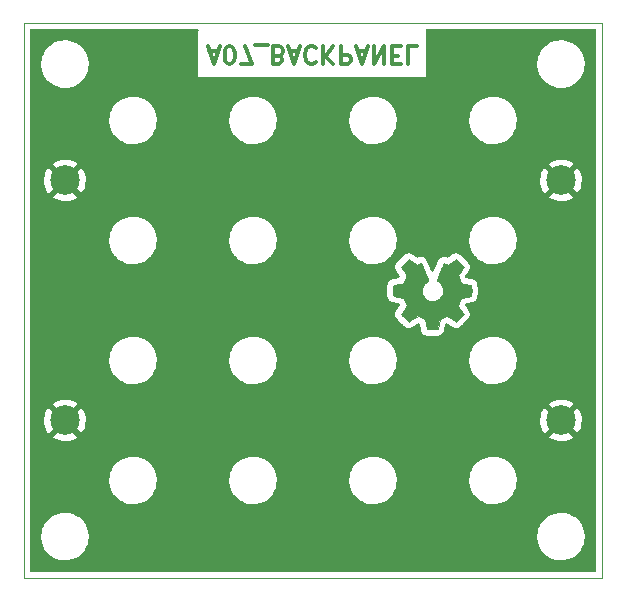
<source format=gbr>
G04 #@! TF.GenerationSoftware,KiCad,Pcbnew,6.0.11-2627ca5db0~126~ubuntu20.04.1*
G04 #@! TF.CreationDate,2023-03-25T11:58:24-05:00*
G04 #@! TF.ProjectId,A07,4130372e-6b69-4636-9164-5f7063625858,rev?*
G04 #@! TF.SameCoordinates,Original*
G04 #@! TF.FileFunction,Copper,L2,Bot*
G04 #@! TF.FilePolarity,Positive*
%FSLAX46Y46*%
G04 Gerber Fmt 4.6, Leading zero omitted, Abs format (unit mm)*
G04 Created by KiCad (PCBNEW 6.0.11-2627ca5db0~126~ubuntu20.04.1) date 2023-03-25 11:58:24*
%MOMM*%
%LPD*%
G01*
G04 APERTURE LIST*
G04 #@! TA.AperFunction,Profile*
%ADD10C,0.050000*%
G04 #@! TD*
%ADD11C,0.300000*%
G04 #@! TA.AperFunction,NonConductor*
%ADD12C,0.300000*%
G04 #@! TD*
G04 #@! TA.AperFunction,EtchedComponent*
%ADD13C,0.010000*%
G04 #@! TD*
G04 #@! TA.AperFunction,ComponentPad*
%ADD14C,2.499360*%
G04 #@! TD*
G04 APERTURE END LIST*
D10*
X70790000Y-21210000D02*
X70790000Y-68210000D01*
X21790000Y-21210000D02*
X70790000Y-21210000D01*
X21790000Y-68210000D02*
X70790000Y-68210000D01*
X21790000Y-21210000D02*
X21790000Y-68210000D01*
D11*
D12*
X37513714Y-23626000D02*
X38228000Y-23626000D01*
X37370857Y-23197428D02*
X37870857Y-24697428D01*
X38370857Y-23197428D01*
X39156571Y-24697428D02*
X39299428Y-24697428D01*
X39442285Y-24626000D01*
X39513714Y-24554571D01*
X39585142Y-24411714D01*
X39656571Y-24126000D01*
X39656571Y-23768857D01*
X39585142Y-23483142D01*
X39513714Y-23340285D01*
X39442285Y-23268857D01*
X39299428Y-23197428D01*
X39156571Y-23197428D01*
X39013714Y-23268857D01*
X38942285Y-23340285D01*
X38870857Y-23483142D01*
X38799428Y-23768857D01*
X38799428Y-24126000D01*
X38870857Y-24411714D01*
X38942285Y-24554571D01*
X39013714Y-24626000D01*
X39156571Y-24697428D01*
X40156571Y-24697428D02*
X41156571Y-24697428D01*
X40513714Y-23197428D01*
X41370857Y-23054571D02*
X42513714Y-23054571D01*
X43370857Y-23983142D02*
X43585142Y-23911714D01*
X43656571Y-23840285D01*
X43728000Y-23697428D01*
X43728000Y-23483142D01*
X43656571Y-23340285D01*
X43585142Y-23268857D01*
X43442285Y-23197428D01*
X42870857Y-23197428D01*
X42870857Y-24697428D01*
X43370857Y-24697428D01*
X43513714Y-24626000D01*
X43585142Y-24554571D01*
X43656571Y-24411714D01*
X43656571Y-24268857D01*
X43585142Y-24126000D01*
X43513714Y-24054571D01*
X43370857Y-23983142D01*
X42870857Y-23983142D01*
X44299428Y-23626000D02*
X45013714Y-23626000D01*
X44156571Y-23197428D02*
X44656571Y-24697428D01*
X45156571Y-23197428D01*
X46513714Y-23340285D02*
X46442285Y-23268857D01*
X46228000Y-23197428D01*
X46085142Y-23197428D01*
X45870857Y-23268857D01*
X45728000Y-23411714D01*
X45656571Y-23554571D01*
X45585142Y-23840285D01*
X45585142Y-24054571D01*
X45656571Y-24340285D01*
X45728000Y-24483142D01*
X45870857Y-24626000D01*
X46085142Y-24697428D01*
X46228000Y-24697428D01*
X46442285Y-24626000D01*
X46513714Y-24554571D01*
X47156571Y-23197428D02*
X47156571Y-24697428D01*
X48013714Y-23197428D02*
X47370857Y-24054571D01*
X48013714Y-24697428D02*
X47156571Y-23840285D01*
X48656571Y-23197428D02*
X48656571Y-24697428D01*
X49228000Y-24697428D01*
X49370857Y-24626000D01*
X49442285Y-24554571D01*
X49513714Y-24411714D01*
X49513714Y-24197428D01*
X49442285Y-24054571D01*
X49370857Y-23983142D01*
X49228000Y-23911714D01*
X48656571Y-23911714D01*
X50085142Y-23626000D02*
X50799428Y-23626000D01*
X49942285Y-23197428D02*
X50442285Y-24697428D01*
X50942285Y-23197428D01*
X51442285Y-23197428D02*
X51442285Y-24697428D01*
X52299428Y-23197428D01*
X52299428Y-24697428D01*
X53013714Y-23983142D02*
X53513714Y-23983142D01*
X53728000Y-23197428D02*
X53013714Y-23197428D01*
X53013714Y-24697428D01*
X53728000Y-24697428D01*
X55085142Y-23197428D02*
X54370857Y-23197428D01*
X54370857Y-24697428D01*
G36*
X58404955Y-41252350D02*
G01*
X58438969Y-41278279D01*
X58491405Y-41323930D01*
X58557699Y-41384814D01*
X58633287Y-41456439D01*
X58713604Y-41534317D01*
X58794087Y-41613955D01*
X58870171Y-41690865D01*
X58937293Y-41760555D01*
X58990888Y-41818536D01*
X59026392Y-41860316D01*
X59039241Y-41881407D01*
X59038500Y-41885419D01*
X59023207Y-41918080D01*
X58990538Y-41974588D01*
X58943650Y-42049837D01*
X58885699Y-42138725D01*
X58819843Y-42236146D01*
X58801373Y-42263018D01*
X58736518Y-42357577D01*
X58679391Y-42441173D01*
X58633322Y-42508916D01*
X58601641Y-42555914D01*
X58587676Y-42577274D01*
X58587332Y-42578189D01*
X58591454Y-42604322D01*
X58607193Y-42657260D01*
X58631996Y-42730353D01*
X58663311Y-42816948D01*
X58698583Y-42910392D01*
X58735260Y-43004035D01*
X58770788Y-43091223D01*
X58802614Y-43165305D01*
X58828184Y-43219629D01*
X58844947Y-43247543D01*
X58846626Y-43249276D01*
X58858628Y-43258044D01*
X58878897Y-43266885D01*
X58911471Y-43276708D01*
X58960384Y-43288417D01*
X59029673Y-43302920D01*
X59123375Y-43321124D01*
X59245524Y-43343934D01*
X59400158Y-43372259D01*
X59432230Y-43378220D01*
X59524107Y-43396648D01*
X59601393Y-43414108D01*
X59656764Y-43428867D01*
X59682895Y-43439190D01*
X59687267Y-43447803D01*
X59694555Y-43489174D01*
X59700331Y-43557759D01*
X59704590Y-43647132D01*
X59707327Y-43750865D01*
X59708538Y-43862535D01*
X59708218Y-43975713D01*
X59706364Y-44083974D01*
X59702970Y-44180892D01*
X59698033Y-44260041D01*
X59691548Y-44314994D01*
X59683511Y-44339326D01*
X59675304Y-44342921D01*
X59634481Y-44354252D01*
X59565476Y-44370278D01*
X59473797Y-44389805D01*
X59364950Y-44411638D01*
X59244442Y-44434582D01*
X59178643Y-44446841D01*
X59065865Y-44468099D01*
X58968793Y-44486713D01*
X58892618Y-44501672D01*
X58842531Y-44511964D01*
X58823724Y-44516578D01*
X58823017Y-44517529D01*
X58811039Y-44541690D01*
X58788206Y-44592306D01*
X58757370Y-44662662D01*
X58721387Y-44746042D01*
X58683109Y-44835730D01*
X58645391Y-44925011D01*
X58611087Y-45007168D01*
X58583051Y-45075487D01*
X58564136Y-45123252D01*
X58557197Y-45143746D01*
X58560258Y-45150957D01*
X58580628Y-45185272D01*
X58617578Y-45243030D01*
X58668140Y-45319701D01*
X58729343Y-45410752D01*
X58798219Y-45511650D01*
X58836006Y-45566907D01*
X58901218Y-45663785D01*
X58957129Y-45748807D01*
X59000759Y-45817338D01*
X59029123Y-45864740D01*
X59039241Y-45886377D01*
X59032210Y-45898113D01*
X59002803Y-45933182D01*
X58954559Y-45986255D01*
X58891907Y-46052836D01*
X58819275Y-46128426D01*
X58741092Y-46208528D01*
X58661786Y-46288646D01*
X58585787Y-46364282D01*
X58517522Y-46430938D01*
X58461420Y-46484118D01*
X58421910Y-46519324D01*
X58403421Y-46532058D01*
X58393157Y-46527107D01*
X58355470Y-46504143D01*
X58294652Y-46465062D01*
X58215087Y-46412728D01*
X58121157Y-46350004D01*
X58017246Y-46279754D01*
X57646206Y-46027449D01*
X57336920Y-46154947D01*
X57027635Y-46282445D01*
X56943814Y-46727069D01*
X56859994Y-47171693D01*
X55934546Y-47171693D01*
X55850725Y-46727069D01*
X55766905Y-46282445D01*
X55148333Y-46027449D01*
X54777293Y-46279754D01*
X54703856Y-46329494D01*
X54606501Y-46394782D01*
X54522213Y-46450546D01*
X54455369Y-46493922D01*
X54410346Y-46522047D01*
X54391522Y-46532058D01*
X54379961Y-46524939D01*
X54345404Y-46495106D01*
X54293106Y-46446148D01*
X54227500Y-46382560D01*
X54153017Y-46308837D01*
X54074087Y-46229475D01*
X53995144Y-46148969D01*
X53920616Y-46071815D01*
X53854937Y-46002507D01*
X53802537Y-45945543D01*
X53767847Y-45905416D01*
X53755299Y-45886623D01*
X53758218Y-45878549D01*
X53778429Y-45842531D01*
X53815337Y-45783256D01*
X53865950Y-45705370D01*
X53927275Y-45613519D01*
X53996321Y-45512350D01*
X54034213Y-45457174D01*
X54099394Y-45361116D01*
X54155277Y-45277283D01*
X54198883Y-45210223D01*
X54227231Y-45164481D01*
X54237343Y-45144604D01*
X54237177Y-45143503D01*
X54228257Y-45118306D01*
X54207794Y-45066853D01*
X54178640Y-44995865D01*
X54143647Y-44912065D01*
X54105668Y-44822172D01*
X54067555Y-44732909D01*
X54032161Y-44650997D01*
X54002338Y-44583157D01*
X53980939Y-44536110D01*
X53970816Y-44516578D01*
X53964826Y-44514845D01*
X53928434Y-44507031D01*
X53863573Y-44494085D01*
X53775435Y-44477021D01*
X53669213Y-44456849D01*
X53550098Y-44434582D01*
X53487317Y-44422777D01*
X53372088Y-44400252D01*
X53271338Y-44379450D01*
X53190574Y-44361565D01*
X53135302Y-44347792D01*
X53111029Y-44339326D01*
X53106669Y-44330934D01*
X53099437Y-44289928D01*
X53093754Y-44221632D01*
X53089618Y-44132471D01*
X53087023Y-44028872D01*
X53085964Y-43917260D01*
X53086439Y-43804062D01*
X53088441Y-43695704D01*
X53091967Y-43598611D01*
X53097013Y-43519210D01*
X53103573Y-43463928D01*
X53111644Y-43439190D01*
X53116542Y-43436400D01*
X53153070Y-43424431D01*
X53216435Y-43408595D01*
X53299314Y-43390626D01*
X53394382Y-43372259D01*
X53426458Y-43366409D01*
X53574607Y-43339202D01*
X53691039Y-43317337D01*
X53779791Y-43299907D01*
X53844897Y-43286004D01*
X53890394Y-43274723D01*
X53920318Y-43265157D01*
X53938706Y-43256399D01*
X53949593Y-43247543D01*
X53950858Y-43246057D01*
X53968662Y-43215069D01*
X53995006Y-43158366D01*
X54027339Y-43082601D01*
X54063107Y-42994426D01*
X54099756Y-42900493D01*
X54134734Y-42807453D01*
X54165487Y-42721959D01*
X54189462Y-42650664D01*
X54204105Y-42600218D01*
X54206864Y-42577274D01*
X54205019Y-42574297D01*
X54185925Y-42545507D01*
X54150016Y-42492405D01*
X54100622Y-42419883D01*
X54041073Y-42332833D01*
X53974697Y-42236146D01*
X53956480Y-42209544D01*
X53892423Y-42114125D01*
X53837063Y-42028788D01*
X53793561Y-41958595D01*
X53765076Y-41908606D01*
X53754768Y-41883884D01*
X53756989Y-41877384D01*
X53780142Y-41845356D01*
X53825823Y-41793055D01*
X53890759Y-41724001D01*
X53971681Y-41641714D01*
X54065315Y-41549714D01*
X54118835Y-41498219D01*
X54203458Y-41418017D01*
X54277525Y-41349322D01*
X54337059Y-41295748D01*
X54378083Y-41260915D01*
X54396619Y-41248437D01*
X54409354Y-41253062D01*
X54448564Y-41274943D01*
X54505505Y-41310727D01*
X54572750Y-41355883D01*
X54620562Y-41388835D01*
X54716015Y-41454273D01*
X54817875Y-41523772D01*
X54910912Y-41586925D01*
X55093168Y-41710200D01*
X55246159Y-41627480D01*
X55282183Y-41608387D01*
X55347697Y-41575728D01*
X55398360Y-41553181D01*
X55425436Y-41544774D01*
X55434297Y-41555570D01*
X55456301Y-41596677D01*
X55488801Y-41664451D01*
X55529990Y-41754591D01*
X55578058Y-41862795D01*
X55631198Y-41984763D01*
X55687601Y-42116192D01*
X55745458Y-42252782D01*
X55802962Y-42390233D01*
X55858303Y-42524242D01*
X55909674Y-42650509D01*
X55955265Y-42764732D01*
X55993268Y-42862610D01*
X56021876Y-42939843D01*
X56039279Y-42992129D01*
X56043669Y-43015167D01*
X56043372Y-43015840D01*
X56022923Y-43037137D01*
X55980150Y-43070492D01*
X55923883Y-43108989D01*
X55906123Y-43120744D01*
X55770986Y-43232265D01*
X55659144Y-43365094D01*
X55573245Y-43513702D01*
X55515938Y-43672560D01*
X55489869Y-43836140D01*
X55497687Y-43998912D01*
X55529356Y-44143685D01*
X55586218Y-44289876D01*
X55669112Y-44420297D01*
X55782869Y-44544187D01*
X55827567Y-44583765D01*
X55972065Y-44681277D01*
X56128162Y-44746950D01*
X56291333Y-44781370D01*
X56457057Y-44785126D01*
X56620808Y-44758806D01*
X56778064Y-44702997D01*
X56924302Y-44618286D01*
X57054996Y-44505263D01*
X57165626Y-44364513D01*
X57186895Y-44329658D01*
X57259190Y-44170345D01*
X57297585Y-44004448D01*
X57303086Y-43836263D01*
X57276699Y-43670087D01*
X57219430Y-43510216D01*
X57132283Y-43360947D01*
X57016264Y-43226577D01*
X56872378Y-43111401D01*
X56867706Y-43108298D01*
X56812036Y-43069067D01*
X56770311Y-43035714D01*
X56751254Y-43015167D01*
X56753658Y-42999059D01*
X56768609Y-42952156D01*
X56795119Y-42879461D01*
X56831380Y-42785275D01*
X56875584Y-42673902D01*
X56925924Y-42549642D01*
X56980593Y-42416798D01*
X57037782Y-42279673D01*
X57095684Y-42142568D01*
X57152490Y-42009785D01*
X57206394Y-41885626D01*
X57255588Y-41774394D01*
X57298263Y-41680391D01*
X57332613Y-41607918D01*
X57356829Y-41561278D01*
X57369103Y-41544774D01*
X57379311Y-41547009D01*
X57419414Y-41563074D01*
X57478682Y-41591241D01*
X57548381Y-41627480D01*
X57701371Y-41710200D01*
X57883627Y-41586925D01*
X57937473Y-41550421D01*
X58037626Y-41482216D01*
X58137475Y-41413902D01*
X58221789Y-41355883D01*
X58268321Y-41324264D01*
X58328800Y-41284980D01*
X58373643Y-41258088D01*
X58395545Y-41248117D01*
X58404955Y-41252350D01*
G37*
D13*
X58404955Y-41252350D02*
X58438969Y-41278279D01*
X58491405Y-41323930D01*
X58557699Y-41384814D01*
X58633287Y-41456439D01*
X58713604Y-41534317D01*
X58794087Y-41613955D01*
X58870171Y-41690865D01*
X58937293Y-41760555D01*
X58990888Y-41818536D01*
X59026392Y-41860316D01*
X59039241Y-41881407D01*
X59038500Y-41885419D01*
X59023207Y-41918080D01*
X58990538Y-41974588D01*
X58943650Y-42049837D01*
X58885699Y-42138725D01*
X58819843Y-42236146D01*
X58801373Y-42263018D01*
X58736518Y-42357577D01*
X58679391Y-42441173D01*
X58633322Y-42508916D01*
X58601641Y-42555914D01*
X58587676Y-42577274D01*
X58587332Y-42578189D01*
X58591454Y-42604322D01*
X58607193Y-42657260D01*
X58631996Y-42730353D01*
X58663311Y-42816948D01*
X58698583Y-42910392D01*
X58735260Y-43004035D01*
X58770788Y-43091223D01*
X58802614Y-43165305D01*
X58828184Y-43219629D01*
X58844947Y-43247543D01*
X58846626Y-43249276D01*
X58858628Y-43258044D01*
X58878897Y-43266885D01*
X58911471Y-43276708D01*
X58960384Y-43288417D01*
X59029673Y-43302920D01*
X59123375Y-43321124D01*
X59245524Y-43343934D01*
X59400158Y-43372259D01*
X59432230Y-43378220D01*
X59524107Y-43396648D01*
X59601393Y-43414108D01*
X59656764Y-43428867D01*
X59682895Y-43439190D01*
X59687267Y-43447803D01*
X59694555Y-43489174D01*
X59700331Y-43557759D01*
X59704590Y-43647132D01*
X59707327Y-43750865D01*
X59708538Y-43862535D01*
X59708218Y-43975713D01*
X59706364Y-44083974D01*
X59702970Y-44180892D01*
X59698033Y-44260041D01*
X59691548Y-44314994D01*
X59683511Y-44339326D01*
X59675304Y-44342921D01*
X59634481Y-44354252D01*
X59565476Y-44370278D01*
X59473797Y-44389805D01*
X59364950Y-44411638D01*
X59244442Y-44434582D01*
X59178643Y-44446841D01*
X59065865Y-44468099D01*
X58968793Y-44486713D01*
X58892618Y-44501672D01*
X58842531Y-44511964D01*
X58823724Y-44516578D01*
X58823017Y-44517529D01*
X58811039Y-44541690D01*
X58788206Y-44592306D01*
X58757370Y-44662662D01*
X58721387Y-44746042D01*
X58683109Y-44835730D01*
X58645391Y-44925011D01*
X58611087Y-45007168D01*
X58583051Y-45075487D01*
X58564136Y-45123252D01*
X58557197Y-45143746D01*
X58560258Y-45150957D01*
X58580628Y-45185272D01*
X58617578Y-45243030D01*
X58668140Y-45319701D01*
X58729343Y-45410752D01*
X58798219Y-45511650D01*
X58836006Y-45566907D01*
X58901218Y-45663785D01*
X58957129Y-45748807D01*
X59000759Y-45817338D01*
X59029123Y-45864740D01*
X59039241Y-45886377D01*
X59032210Y-45898113D01*
X59002803Y-45933182D01*
X58954559Y-45986255D01*
X58891907Y-46052836D01*
X58819275Y-46128426D01*
X58741092Y-46208528D01*
X58661786Y-46288646D01*
X58585787Y-46364282D01*
X58517522Y-46430938D01*
X58461420Y-46484118D01*
X58421910Y-46519324D01*
X58403421Y-46532058D01*
X58393157Y-46527107D01*
X58355470Y-46504143D01*
X58294652Y-46465062D01*
X58215087Y-46412728D01*
X58121157Y-46350004D01*
X58017246Y-46279754D01*
X57646206Y-46027449D01*
X57336920Y-46154947D01*
X57027635Y-46282445D01*
X56943814Y-46727069D01*
X56859994Y-47171693D01*
X55934546Y-47171693D01*
X55850725Y-46727069D01*
X55766905Y-46282445D01*
X55148333Y-46027449D01*
X54777293Y-46279754D01*
X54703856Y-46329494D01*
X54606501Y-46394782D01*
X54522213Y-46450546D01*
X54455369Y-46493922D01*
X54410346Y-46522047D01*
X54391522Y-46532058D01*
X54379961Y-46524939D01*
X54345404Y-46495106D01*
X54293106Y-46446148D01*
X54227500Y-46382560D01*
X54153017Y-46308837D01*
X54074087Y-46229475D01*
X53995144Y-46148969D01*
X53920616Y-46071815D01*
X53854937Y-46002507D01*
X53802537Y-45945543D01*
X53767847Y-45905416D01*
X53755299Y-45886623D01*
X53758218Y-45878549D01*
X53778429Y-45842531D01*
X53815337Y-45783256D01*
X53865950Y-45705370D01*
X53927275Y-45613519D01*
X53996321Y-45512350D01*
X54034213Y-45457174D01*
X54099394Y-45361116D01*
X54155277Y-45277283D01*
X54198883Y-45210223D01*
X54227231Y-45164481D01*
X54237343Y-45144604D01*
X54237177Y-45143503D01*
X54228257Y-45118306D01*
X54207794Y-45066853D01*
X54178640Y-44995865D01*
X54143647Y-44912065D01*
X54105668Y-44822172D01*
X54067555Y-44732909D01*
X54032161Y-44650997D01*
X54002338Y-44583157D01*
X53980939Y-44536110D01*
X53970816Y-44516578D01*
X53964826Y-44514845D01*
X53928434Y-44507031D01*
X53863573Y-44494085D01*
X53775435Y-44477021D01*
X53669213Y-44456849D01*
X53550098Y-44434582D01*
X53487317Y-44422777D01*
X53372088Y-44400252D01*
X53271338Y-44379450D01*
X53190574Y-44361565D01*
X53135302Y-44347792D01*
X53111029Y-44339326D01*
X53106669Y-44330934D01*
X53099437Y-44289928D01*
X53093754Y-44221632D01*
X53089618Y-44132471D01*
X53087023Y-44028872D01*
X53085964Y-43917260D01*
X53086439Y-43804062D01*
X53088441Y-43695704D01*
X53091967Y-43598611D01*
X53097013Y-43519210D01*
X53103573Y-43463928D01*
X53111644Y-43439190D01*
X53116542Y-43436400D01*
X53153070Y-43424431D01*
X53216435Y-43408595D01*
X53299314Y-43390626D01*
X53394382Y-43372259D01*
X53426458Y-43366409D01*
X53574607Y-43339202D01*
X53691039Y-43317337D01*
X53779791Y-43299907D01*
X53844897Y-43286004D01*
X53890394Y-43274723D01*
X53920318Y-43265157D01*
X53938706Y-43256399D01*
X53949593Y-43247543D01*
X53950858Y-43246057D01*
X53968662Y-43215069D01*
X53995006Y-43158366D01*
X54027339Y-43082601D01*
X54063107Y-42994426D01*
X54099756Y-42900493D01*
X54134734Y-42807453D01*
X54165487Y-42721959D01*
X54189462Y-42650664D01*
X54204105Y-42600218D01*
X54206864Y-42577274D01*
X54205019Y-42574297D01*
X54185925Y-42545507D01*
X54150016Y-42492405D01*
X54100622Y-42419883D01*
X54041073Y-42332833D01*
X53974697Y-42236146D01*
X53956480Y-42209544D01*
X53892423Y-42114125D01*
X53837063Y-42028788D01*
X53793561Y-41958595D01*
X53765076Y-41908606D01*
X53754768Y-41883884D01*
X53756989Y-41877384D01*
X53780142Y-41845356D01*
X53825823Y-41793055D01*
X53890759Y-41724001D01*
X53971681Y-41641714D01*
X54065315Y-41549714D01*
X54118835Y-41498219D01*
X54203458Y-41418017D01*
X54277525Y-41349322D01*
X54337059Y-41295748D01*
X54378083Y-41260915D01*
X54396619Y-41248437D01*
X54409354Y-41253062D01*
X54448564Y-41274943D01*
X54505505Y-41310727D01*
X54572750Y-41355883D01*
X54620562Y-41388835D01*
X54716015Y-41454273D01*
X54817875Y-41523772D01*
X54910912Y-41586925D01*
X55093168Y-41710200D01*
X55246159Y-41627480D01*
X55282183Y-41608387D01*
X55347697Y-41575728D01*
X55398360Y-41553181D01*
X55425436Y-41544774D01*
X55434297Y-41555570D01*
X55456301Y-41596677D01*
X55488801Y-41664451D01*
X55529990Y-41754591D01*
X55578058Y-41862795D01*
X55631198Y-41984763D01*
X55687601Y-42116192D01*
X55745458Y-42252782D01*
X55802962Y-42390233D01*
X55858303Y-42524242D01*
X55909674Y-42650509D01*
X55955265Y-42764732D01*
X55993268Y-42862610D01*
X56021876Y-42939843D01*
X56039279Y-42992129D01*
X56043669Y-43015167D01*
X56043372Y-43015840D01*
X56022923Y-43037137D01*
X55980150Y-43070492D01*
X55923883Y-43108989D01*
X55906123Y-43120744D01*
X55770986Y-43232265D01*
X55659144Y-43365094D01*
X55573245Y-43513702D01*
X55515938Y-43672560D01*
X55489869Y-43836140D01*
X55497687Y-43998912D01*
X55529356Y-44143685D01*
X55586218Y-44289876D01*
X55669112Y-44420297D01*
X55782869Y-44544187D01*
X55827567Y-44583765D01*
X55972065Y-44681277D01*
X56128162Y-44746950D01*
X56291333Y-44781370D01*
X56457057Y-44785126D01*
X56620808Y-44758806D01*
X56778064Y-44702997D01*
X56924302Y-44618286D01*
X57054996Y-44505263D01*
X57165626Y-44364513D01*
X57186895Y-44329658D01*
X57259190Y-44170345D01*
X57297585Y-44004448D01*
X57303086Y-43836263D01*
X57276699Y-43670087D01*
X57219430Y-43510216D01*
X57132283Y-43360947D01*
X57016264Y-43226577D01*
X56872378Y-43111401D01*
X56867706Y-43108298D01*
X56812036Y-43069067D01*
X56770311Y-43035714D01*
X56751254Y-43015167D01*
X56753658Y-42999059D01*
X56768609Y-42952156D01*
X56795119Y-42879461D01*
X56831380Y-42785275D01*
X56875584Y-42673902D01*
X56925924Y-42549642D01*
X56980593Y-42416798D01*
X57037782Y-42279673D01*
X57095684Y-42142568D01*
X57152490Y-42009785D01*
X57206394Y-41885626D01*
X57255588Y-41774394D01*
X57298263Y-41680391D01*
X57332613Y-41607918D01*
X57356829Y-41561278D01*
X57369103Y-41544774D01*
X57379311Y-41547009D01*
X57419414Y-41563074D01*
X57478682Y-41591241D01*
X57548381Y-41627480D01*
X57701371Y-41710200D01*
X57883627Y-41586925D01*
X57937473Y-41550421D01*
X58037626Y-41482216D01*
X58137475Y-41413902D01*
X58221789Y-41355883D01*
X58268321Y-41324264D01*
X58328800Y-41284980D01*
X58373643Y-41258088D01*
X58395545Y-41248117D01*
X58404955Y-41252350D01*
D14*
X25290000Y-34550000D03*
X25290000Y-54870000D03*
X67290000Y-34550000D03*
X67290000Y-54870000D03*
G04 #@! TA.AperFunction,Conductor*
G36*
X36556071Y-21738502D02*
G01*
X36602564Y-21792158D01*
X36612668Y-21862432D01*
X36583175Y-21927012D01*
X36576253Y-21935000D01*
X36569500Y-21935000D01*
X36569500Y-25817000D01*
X55886500Y-25817000D01*
X55886500Y-24639733D01*
X65277822Y-24639733D01*
X65287625Y-24920458D01*
X65288387Y-24924781D01*
X65288388Y-24924788D01*
X65312164Y-25059624D01*
X65336402Y-25197087D01*
X65423203Y-25464235D01*
X65546340Y-25716702D01*
X65548795Y-25720341D01*
X65548798Y-25720347D01*
X65613992Y-25817000D01*
X65703415Y-25949576D01*
X65891371Y-26158322D01*
X66106550Y-26338879D01*
X66344764Y-26487731D01*
X66601375Y-26601982D01*
X66871390Y-26679407D01*
X66875740Y-26680018D01*
X66875743Y-26680019D01*
X66978690Y-26694487D01*
X67149552Y-26718500D01*
X67360146Y-26718500D01*
X67362332Y-26718347D01*
X67362336Y-26718347D01*
X67565827Y-26704118D01*
X67565832Y-26704117D01*
X67570212Y-26703811D01*
X67844970Y-26645409D01*
X67849099Y-26643906D01*
X67849103Y-26643905D01*
X68104781Y-26550846D01*
X68104785Y-26550844D01*
X68108926Y-26549337D01*
X68356942Y-26417464D01*
X68461896Y-26341211D01*
X68580629Y-26254947D01*
X68580632Y-26254944D01*
X68584192Y-26252358D01*
X68786252Y-26057231D01*
X68959188Y-25835882D01*
X68961384Y-25832078D01*
X68961389Y-25832071D01*
X69097435Y-25596431D01*
X69099636Y-25592619D01*
X69204862Y-25332176D01*
X69238544Y-25197087D01*
X69271753Y-25063893D01*
X69271754Y-25063888D01*
X69272817Y-25059624D01*
X69302178Y-24780267D01*
X69292375Y-24499542D01*
X69268608Y-24364749D01*
X69244360Y-24227236D01*
X69243598Y-24222913D01*
X69156797Y-23955765D01*
X69033660Y-23703298D01*
X69031205Y-23699659D01*
X69031202Y-23699653D01*
X68950935Y-23580653D01*
X68876585Y-23470424D01*
X68688629Y-23261678D01*
X68473450Y-23081121D01*
X68235236Y-22932269D01*
X67978625Y-22818018D01*
X67708610Y-22740593D01*
X67704260Y-22739982D01*
X67704257Y-22739981D01*
X67601310Y-22725513D01*
X67430448Y-22701500D01*
X67219854Y-22701500D01*
X67217668Y-22701653D01*
X67217664Y-22701653D01*
X67014173Y-22715882D01*
X67014168Y-22715883D01*
X67009788Y-22716189D01*
X66735030Y-22774591D01*
X66730901Y-22776094D01*
X66730897Y-22776095D01*
X66475219Y-22869154D01*
X66475215Y-22869156D01*
X66471074Y-22870663D01*
X66223058Y-23002536D01*
X66219499Y-23005122D01*
X66219497Y-23005123D01*
X66114895Y-23081121D01*
X65995808Y-23167642D01*
X65793748Y-23362769D01*
X65620812Y-23584118D01*
X65618616Y-23587922D01*
X65618611Y-23587929D01*
X65504794Y-23785067D01*
X65480364Y-23827381D01*
X65375138Y-24087824D01*
X65374073Y-24092097D01*
X65374072Y-24092099D01*
X65340379Y-24227236D01*
X65307183Y-24360376D01*
X65277822Y-24639733D01*
X55886500Y-24639733D01*
X55886500Y-21935000D01*
X55881122Y-21935000D01*
X55845775Y-21879999D01*
X55845775Y-21809002D01*
X55884158Y-21749276D01*
X55948739Y-21719783D01*
X55966671Y-21718500D01*
X70155500Y-21718500D01*
X70223621Y-21738502D01*
X70270114Y-21792158D01*
X70281500Y-21844500D01*
X70281500Y-67575500D01*
X70261498Y-67643621D01*
X70207842Y-67690114D01*
X70155500Y-67701500D01*
X22424500Y-67701500D01*
X22356379Y-67681498D01*
X22309886Y-67627842D01*
X22298500Y-67575500D01*
X22298500Y-64639733D01*
X23277822Y-64639733D01*
X23287625Y-64920458D01*
X23288387Y-64924781D01*
X23288388Y-64924788D01*
X23312164Y-65059624D01*
X23336402Y-65197087D01*
X23423203Y-65464235D01*
X23546340Y-65716702D01*
X23548795Y-65720341D01*
X23548798Y-65720347D01*
X23621890Y-65828710D01*
X23703415Y-65949576D01*
X23891371Y-66158322D01*
X24106550Y-66338879D01*
X24344764Y-66487731D01*
X24601375Y-66601982D01*
X24871390Y-66679407D01*
X24875740Y-66680018D01*
X24875743Y-66680019D01*
X24978690Y-66694487D01*
X25149552Y-66718500D01*
X25360146Y-66718500D01*
X25362332Y-66718347D01*
X25362336Y-66718347D01*
X25565827Y-66704118D01*
X25565832Y-66704117D01*
X25570212Y-66703811D01*
X25844970Y-66645409D01*
X25849099Y-66643906D01*
X25849103Y-66643905D01*
X26104781Y-66550846D01*
X26104785Y-66550844D01*
X26108926Y-66549337D01*
X26356942Y-66417464D01*
X26461896Y-66341211D01*
X26580629Y-66254947D01*
X26580632Y-66254944D01*
X26584192Y-66252358D01*
X26786252Y-66057231D01*
X26959188Y-65835882D01*
X26961384Y-65832078D01*
X26961389Y-65832071D01*
X27097435Y-65596431D01*
X27099636Y-65592619D01*
X27204862Y-65332176D01*
X27238544Y-65197087D01*
X27271753Y-65063893D01*
X27271754Y-65063888D01*
X27272817Y-65059624D01*
X27302178Y-64780267D01*
X27297271Y-64639733D01*
X65277822Y-64639733D01*
X65287625Y-64920458D01*
X65288387Y-64924781D01*
X65288388Y-64924788D01*
X65312164Y-65059624D01*
X65336402Y-65197087D01*
X65423203Y-65464235D01*
X65546340Y-65716702D01*
X65548795Y-65720341D01*
X65548798Y-65720347D01*
X65621890Y-65828710D01*
X65703415Y-65949576D01*
X65891371Y-66158322D01*
X66106550Y-66338879D01*
X66344764Y-66487731D01*
X66601375Y-66601982D01*
X66871390Y-66679407D01*
X66875740Y-66680018D01*
X66875743Y-66680019D01*
X66978690Y-66694487D01*
X67149552Y-66718500D01*
X67360146Y-66718500D01*
X67362332Y-66718347D01*
X67362336Y-66718347D01*
X67565827Y-66704118D01*
X67565832Y-66704117D01*
X67570212Y-66703811D01*
X67844970Y-66645409D01*
X67849099Y-66643906D01*
X67849103Y-66643905D01*
X68104781Y-66550846D01*
X68104785Y-66550844D01*
X68108926Y-66549337D01*
X68356942Y-66417464D01*
X68461896Y-66341211D01*
X68580629Y-66254947D01*
X68580632Y-66254944D01*
X68584192Y-66252358D01*
X68786252Y-66057231D01*
X68959188Y-65835882D01*
X68961384Y-65832078D01*
X68961389Y-65832071D01*
X69097435Y-65596431D01*
X69099636Y-65592619D01*
X69204862Y-65332176D01*
X69238544Y-65197087D01*
X69271753Y-65063893D01*
X69271754Y-65063888D01*
X69272817Y-65059624D01*
X69302178Y-64780267D01*
X69292375Y-64499542D01*
X69268608Y-64364749D01*
X69244360Y-64227236D01*
X69243598Y-64222913D01*
X69156797Y-63955765D01*
X69033660Y-63703298D01*
X69031205Y-63699659D01*
X69031202Y-63699653D01*
X68950935Y-63580653D01*
X68876585Y-63470424D01*
X68688629Y-63261678D01*
X68473450Y-63081121D01*
X68235236Y-62932269D01*
X67978625Y-62818018D01*
X67708610Y-62740593D01*
X67704260Y-62739982D01*
X67704257Y-62739981D01*
X67601310Y-62725513D01*
X67430448Y-62701500D01*
X67219854Y-62701500D01*
X67217668Y-62701653D01*
X67217664Y-62701653D01*
X67014173Y-62715882D01*
X67014168Y-62715883D01*
X67009788Y-62716189D01*
X66735030Y-62774591D01*
X66730901Y-62776094D01*
X66730897Y-62776095D01*
X66475219Y-62869154D01*
X66475215Y-62869156D01*
X66471074Y-62870663D01*
X66223058Y-63002536D01*
X66219499Y-63005122D01*
X66219497Y-63005123D01*
X66114895Y-63081121D01*
X65995808Y-63167642D01*
X65793748Y-63362769D01*
X65620812Y-63584118D01*
X65618616Y-63587922D01*
X65618611Y-63587929D01*
X65504794Y-63785067D01*
X65480364Y-63827381D01*
X65375138Y-64087824D01*
X65374073Y-64092097D01*
X65374072Y-64092099D01*
X65340379Y-64227236D01*
X65307183Y-64360376D01*
X65277822Y-64639733D01*
X27297271Y-64639733D01*
X27292375Y-64499542D01*
X27268608Y-64364749D01*
X27244360Y-64227236D01*
X27243598Y-64222913D01*
X27156797Y-63955765D01*
X27033660Y-63703298D01*
X27031205Y-63699659D01*
X27031202Y-63699653D01*
X26950935Y-63580653D01*
X26876585Y-63470424D01*
X26688629Y-63261678D01*
X26473450Y-63081121D01*
X26235236Y-62932269D01*
X25978625Y-62818018D01*
X25708610Y-62740593D01*
X25704260Y-62739982D01*
X25704257Y-62739981D01*
X25601310Y-62725513D01*
X25430448Y-62701500D01*
X25219854Y-62701500D01*
X25217668Y-62701653D01*
X25217664Y-62701653D01*
X25014173Y-62715882D01*
X25014168Y-62715883D01*
X25009788Y-62716189D01*
X24735030Y-62774591D01*
X24730901Y-62776094D01*
X24730897Y-62776095D01*
X24475219Y-62869154D01*
X24475215Y-62869156D01*
X24471074Y-62870663D01*
X24223058Y-63002536D01*
X24219499Y-63005122D01*
X24219497Y-63005123D01*
X24114895Y-63081121D01*
X23995808Y-63167642D01*
X23793748Y-63362769D01*
X23620812Y-63584118D01*
X23618616Y-63587922D01*
X23618611Y-63587929D01*
X23504794Y-63785067D01*
X23480364Y-63827381D01*
X23375138Y-64087824D01*
X23374073Y-64092097D01*
X23374072Y-64092099D01*
X23340379Y-64227236D01*
X23307183Y-64360376D01*
X23277822Y-64639733D01*
X22298500Y-64639733D01*
X22298500Y-59879733D01*
X29037822Y-59879733D01*
X29047625Y-60160458D01*
X29048387Y-60164781D01*
X29048388Y-60164788D01*
X29072164Y-60299624D01*
X29096402Y-60437087D01*
X29183203Y-60704235D01*
X29306340Y-60956702D01*
X29308795Y-60960341D01*
X29308798Y-60960347D01*
X29381890Y-61068710D01*
X29463415Y-61189576D01*
X29651371Y-61398322D01*
X29866550Y-61578879D01*
X30104764Y-61727731D01*
X30361375Y-61841982D01*
X30631390Y-61919407D01*
X30635740Y-61920018D01*
X30635743Y-61920019D01*
X30738690Y-61934487D01*
X30909552Y-61958500D01*
X31120146Y-61958500D01*
X31122332Y-61958347D01*
X31122336Y-61958347D01*
X31325827Y-61944118D01*
X31325832Y-61944117D01*
X31330212Y-61943811D01*
X31604970Y-61885409D01*
X31609099Y-61883906D01*
X31609103Y-61883905D01*
X31864781Y-61790846D01*
X31864785Y-61790844D01*
X31868926Y-61789337D01*
X32116942Y-61657464D01*
X32221896Y-61581211D01*
X32340629Y-61494947D01*
X32340632Y-61494944D01*
X32344192Y-61492358D01*
X32546252Y-61297231D01*
X32719188Y-61075882D01*
X32721384Y-61072078D01*
X32721389Y-61072071D01*
X32857435Y-60836431D01*
X32859636Y-60832619D01*
X32964862Y-60572176D01*
X32998544Y-60437087D01*
X33031753Y-60303893D01*
X33031754Y-60303888D01*
X33032817Y-60299624D01*
X33062178Y-60020267D01*
X33057271Y-59879733D01*
X39197822Y-59879733D01*
X39207625Y-60160458D01*
X39208387Y-60164781D01*
X39208388Y-60164788D01*
X39232164Y-60299624D01*
X39256402Y-60437087D01*
X39343203Y-60704235D01*
X39466340Y-60956702D01*
X39468795Y-60960341D01*
X39468798Y-60960347D01*
X39541890Y-61068710D01*
X39623415Y-61189576D01*
X39811371Y-61398322D01*
X40026550Y-61578879D01*
X40264764Y-61727731D01*
X40521375Y-61841982D01*
X40791390Y-61919407D01*
X40795740Y-61920018D01*
X40795743Y-61920019D01*
X40898690Y-61934487D01*
X41069552Y-61958500D01*
X41280146Y-61958500D01*
X41282332Y-61958347D01*
X41282336Y-61958347D01*
X41485827Y-61944118D01*
X41485832Y-61944117D01*
X41490212Y-61943811D01*
X41764970Y-61885409D01*
X41769099Y-61883906D01*
X41769103Y-61883905D01*
X42024781Y-61790846D01*
X42024785Y-61790844D01*
X42028926Y-61789337D01*
X42276942Y-61657464D01*
X42381896Y-61581211D01*
X42500629Y-61494947D01*
X42500632Y-61494944D01*
X42504192Y-61492358D01*
X42706252Y-61297231D01*
X42879188Y-61075882D01*
X42881384Y-61072078D01*
X42881389Y-61072071D01*
X43017435Y-60836431D01*
X43019636Y-60832619D01*
X43124862Y-60572176D01*
X43158544Y-60437087D01*
X43191753Y-60303893D01*
X43191754Y-60303888D01*
X43192817Y-60299624D01*
X43222178Y-60020267D01*
X43217271Y-59879733D01*
X49357822Y-59879733D01*
X49367625Y-60160458D01*
X49368387Y-60164781D01*
X49368388Y-60164788D01*
X49392164Y-60299624D01*
X49416402Y-60437087D01*
X49503203Y-60704235D01*
X49626340Y-60956702D01*
X49628795Y-60960341D01*
X49628798Y-60960347D01*
X49701890Y-61068710D01*
X49783415Y-61189576D01*
X49971371Y-61398322D01*
X50186550Y-61578879D01*
X50424764Y-61727731D01*
X50681375Y-61841982D01*
X50951390Y-61919407D01*
X50955740Y-61920018D01*
X50955743Y-61920019D01*
X51058690Y-61934487D01*
X51229552Y-61958500D01*
X51440146Y-61958500D01*
X51442332Y-61958347D01*
X51442336Y-61958347D01*
X51645827Y-61944118D01*
X51645832Y-61944117D01*
X51650212Y-61943811D01*
X51924970Y-61885409D01*
X51929099Y-61883906D01*
X51929103Y-61883905D01*
X52184781Y-61790846D01*
X52184785Y-61790844D01*
X52188926Y-61789337D01*
X52436942Y-61657464D01*
X52541896Y-61581211D01*
X52660629Y-61494947D01*
X52660632Y-61494944D01*
X52664192Y-61492358D01*
X52866252Y-61297231D01*
X53039188Y-61075882D01*
X53041384Y-61072078D01*
X53041389Y-61072071D01*
X53177435Y-60836431D01*
X53179636Y-60832619D01*
X53284862Y-60572176D01*
X53318544Y-60437087D01*
X53351753Y-60303893D01*
X53351754Y-60303888D01*
X53352817Y-60299624D01*
X53382178Y-60020267D01*
X53377271Y-59879733D01*
X59517822Y-59879733D01*
X59527625Y-60160458D01*
X59528387Y-60164781D01*
X59528388Y-60164788D01*
X59552164Y-60299624D01*
X59576402Y-60437087D01*
X59663203Y-60704235D01*
X59786340Y-60956702D01*
X59788795Y-60960341D01*
X59788798Y-60960347D01*
X59861890Y-61068710D01*
X59943415Y-61189576D01*
X60131371Y-61398322D01*
X60346550Y-61578879D01*
X60584764Y-61727731D01*
X60841375Y-61841982D01*
X61111390Y-61919407D01*
X61115740Y-61920018D01*
X61115743Y-61920019D01*
X61218690Y-61934487D01*
X61389552Y-61958500D01*
X61600146Y-61958500D01*
X61602332Y-61958347D01*
X61602336Y-61958347D01*
X61805827Y-61944118D01*
X61805832Y-61944117D01*
X61810212Y-61943811D01*
X62084970Y-61885409D01*
X62089099Y-61883906D01*
X62089103Y-61883905D01*
X62344781Y-61790846D01*
X62344785Y-61790844D01*
X62348926Y-61789337D01*
X62596942Y-61657464D01*
X62701896Y-61581211D01*
X62820629Y-61494947D01*
X62820632Y-61494944D01*
X62824192Y-61492358D01*
X63026252Y-61297231D01*
X63199188Y-61075882D01*
X63201384Y-61072078D01*
X63201389Y-61072071D01*
X63337435Y-60836431D01*
X63339636Y-60832619D01*
X63444862Y-60572176D01*
X63478544Y-60437087D01*
X63511753Y-60303893D01*
X63511754Y-60303888D01*
X63512817Y-60299624D01*
X63542178Y-60020267D01*
X63532375Y-59739542D01*
X63508608Y-59604749D01*
X63484360Y-59467236D01*
X63483598Y-59462913D01*
X63396797Y-59195765D01*
X63273660Y-58943298D01*
X63271205Y-58939659D01*
X63271202Y-58939653D01*
X63190935Y-58820653D01*
X63116585Y-58710424D01*
X62928629Y-58501678D01*
X62713450Y-58321121D01*
X62475236Y-58172269D01*
X62218625Y-58058018D01*
X61948610Y-57980593D01*
X61944260Y-57979982D01*
X61944257Y-57979981D01*
X61841310Y-57965513D01*
X61670448Y-57941500D01*
X61459854Y-57941500D01*
X61457668Y-57941653D01*
X61457664Y-57941653D01*
X61254173Y-57955882D01*
X61254168Y-57955883D01*
X61249788Y-57956189D01*
X60975030Y-58014591D01*
X60970901Y-58016094D01*
X60970897Y-58016095D01*
X60715219Y-58109154D01*
X60715215Y-58109156D01*
X60711074Y-58110663D01*
X60463058Y-58242536D01*
X60459499Y-58245122D01*
X60459497Y-58245123D01*
X60354895Y-58321121D01*
X60235808Y-58407642D01*
X60033748Y-58602769D01*
X59860812Y-58824118D01*
X59858616Y-58827922D01*
X59858611Y-58827929D01*
X59744794Y-59025067D01*
X59720364Y-59067381D01*
X59615138Y-59327824D01*
X59614073Y-59332097D01*
X59614072Y-59332099D01*
X59580379Y-59467236D01*
X59547183Y-59600376D01*
X59517822Y-59879733D01*
X53377271Y-59879733D01*
X53372375Y-59739542D01*
X53348608Y-59604749D01*
X53324360Y-59467236D01*
X53323598Y-59462913D01*
X53236797Y-59195765D01*
X53113660Y-58943298D01*
X53111205Y-58939659D01*
X53111202Y-58939653D01*
X53030935Y-58820653D01*
X52956585Y-58710424D01*
X52768629Y-58501678D01*
X52553450Y-58321121D01*
X52315236Y-58172269D01*
X52058625Y-58058018D01*
X51788610Y-57980593D01*
X51784260Y-57979982D01*
X51784257Y-57979981D01*
X51681310Y-57965513D01*
X51510448Y-57941500D01*
X51299854Y-57941500D01*
X51297668Y-57941653D01*
X51297664Y-57941653D01*
X51094173Y-57955882D01*
X51094168Y-57955883D01*
X51089788Y-57956189D01*
X50815030Y-58014591D01*
X50810901Y-58016094D01*
X50810897Y-58016095D01*
X50555219Y-58109154D01*
X50555215Y-58109156D01*
X50551074Y-58110663D01*
X50303058Y-58242536D01*
X50299499Y-58245122D01*
X50299497Y-58245123D01*
X50194895Y-58321121D01*
X50075808Y-58407642D01*
X49873748Y-58602769D01*
X49700812Y-58824118D01*
X49698616Y-58827922D01*
X49698611Y-58827929D01*
X49584794Y-59025067D01*
X49560364Y-59067381D01*
X49455138Y-59327824D01*
X49454073Y-59332097D01*
X49454072Y-59332099D01*
X49420379Y-59467236D01*
X49387183Y-59600376D01*
X49357822Y-59879733D01*
X43217271Y-59879733D01*
X43212375Y-59739542D01*
X43188608Y-59604749D01*
X43164360Y-59467236D01*
X43163598Y-59462913D01*
X43076797Y-59195765D01*
X42953660Y-58943298D01*
X42951205Y-58939659D01*
X42951202Y-58939653D01*
X42870935Y-58820653D01*
X42796585Y-58710424D01*
X42608629Y-58501678D01*
X42393450Y-58321121D01*
X42155236Y-58172269D01*
X41898625Y-58058018D01*
X41628610Y-57980593D01*
X41624260Y-57979982D01*
X41624257Y-57979981D01*
X41521310Y-57965513D01*
X41350448Y-57941500D01*
X41139854Y-57941500D01*
X41137668Y-57941653D01*
X41137664Y-57941653D01*
X40934173Y-57955882D01*
X40934168Y-57955883D01*
X40929788Y-57956189D01*
X40655030Y-58014591D01*
X40650901Y-58016094D01*
X40650897Y-58016095D01*
X40395219Y-58109154D01*
X40395215Y-58109156D01*
X40391074Y-58110663D01*
X40143058Y-58242536D01*
X40139499Y-58245122D01*
X40139497Y-58245123D01*
X40034895Y-58321121D01*
X39915808Y-58407642D01*
X39713748Y-58602769D01*
X39540812Y-58824118D01*
X39538616Y-58827922D01*
X39538611Y-58827929D01*
X39424794Y-59025067D01*
X39400364Y-59067381D01*
X39295138Y-59327824D01*
X39294073Y-59332097D01*
X39294072Y-59332099D01*
X39260379Y-59467236D01*
X39227183Y-59600376D01*
X39197822Y-59879733D01*
X33057271Y-59879733D01*
X33052375Y-59739542D01*
X33028608Y-59604749D01*
X33004360Y-59467236D01*
X33003598Y-59462913D01*
X32916797Y-59195765D01*
X32793660Y-58943298D01*
X32791205Y-58939659D01*
X32791202Y-58939653D01*
X32710935Y-58820653D01*
X32636585Y-58710424D01*
X32448629Y-58501678D01*
X32233450Y-58321121D01*
X31995236Y-58172269D01*
X31738625Y-58058018D01*
X31468610Y-57980593D01*
X31464260Y-57979982D01*
X31464257Y-57979981D01*
X31361310Y-57965513D01*
X31190448Y-57941500D01*
X30979854Y-57941500D01*
X30977668Y-57941653D01*
X30977664Y-57941653D01*
X30774173Y-57955882D01*
X30774168Y-57955883D01*
X30769788Y-57956189D01*
X30495030Y-58014591D01*
X30490901Y-58016094D01*
X30490897Y-58016095D01*
X30235219Y-58109154D01*
X30235215Y-58109156D01*
X30231074Y-58110663D01*
X29983058Y-58242536D01*
X29979499Y-58245122D01*
X29979497Y-58245123D01*
X29874895Y-58321121D01*
X29755808Y-58407642D01*
X29553748Y-58602769D01*
X29380812Y-58824118D01*
X29378616Y-58827922D01*
X29378611Y-58827929D01*
X29264794Y-59025067D01*
X29240364Y-59067381D01*
X29135138Y-59327824D01*
X29134073Y-59332097D01*
X29134072Y-59332099D01*
X29100379Y-59467236D01*
X29067183Y-59600376D01*
X29037822Y-59879733D01*
X22298500Y-59879733D01*
X22298500Y-56278904D01*
X24245841Y-56278904D01*
X24254554Y-56290424D01*
X24352189Y-56362012D01*
X24360099Y-56366955D01*
X24583018Y-56484238D01*
X24591581Y-56487961D01*
X24829387Y-56571008D01*
X24838396Y-56573422D01*
X25085879Y-56620408D01*
X25095134Y-56621462D01*
X25346846Y-56631352D01*
X25356160Y-56631026D01*
X25606557Y-56603604D01*
X25615734Y-56601903D01*
X25859326Y-56537771D01*
X25868145Y-56534734D01*
X26099592Y-56435296D01*
X26107851Y-56430997D01*
X26322068Y-56298436D01*
X26328967Y-56293424D01*
X26337291Y-56280792D01*
X26336185Y-56278904D01*
X66245841Y-56278904D01*
X66254554Y-56290424D01*
X66352189Y-56362012D01*
X66360099Y-56366955D01*
X66583018Y-56484238D01*
X66591581Y-56487961D01*
X66829387Y-56571008D01*
X66838396Y-56573422D01*
X67085879Y-56620408D01*
X67095134Y-56621462D01*
X67346846Y-56631352D01*
X67356160Y-56631026D01*
X67606557Y-56603604D01*
X67615734Y-56601903D01*
X67859326Y-56537771D01*
X67868145Y-56534734D01*
X68099592Y-56435296D01*
X68107851Y-56430997D01*
X68322068Y-56298436D01*
X68328967Y-56293424D01*
X68337291Y-56280792D01*
X68331227Y-56270437D01*
X67302812Y-55242022D01*
X67288868Y-55234408D01*
X67287035Y-55234539D01*
X67280420Y-55238790D01*
X66252499Y-56266711D01*
X66245841Y-56278904D01*
X26336185Y-56278904D01*
X26331227Y-56270437D01*
X25302812Y-55242022D01*
X25288868Y-55234408D01*
X25287035Y-55234539D01*
X25280420Y-55238790D01*
X24252499Y-56266711D01*
X24245841Y-56278904D01*
X22298500Y-56278904D01*
X22298500Y-54828532D01*
X23528219Y-54828532D01*
X23540305Y-55080136D01*
X23541442Y-55089396D01*
X23590585Y-55336457D01*
X23593074Y-55345432D01*
X23678196Y-55582514D01*
X23681993Y-55591042D01*
X23801217Y-55812928D01*
X23806228Y-55820795D01*
X23869675Y-55905761D01*
X23880933Y-55914210D01*
X23893352Y-55907438D01*
X24917978Y-54882812D01*
X24924356Y-54871132D01*
X25654408Y-54871132D01*
X25654539Y-54872965D01*
X25658790Y-54879580D01*
X26689682Y-55910472D01*
X26702062Y-55917232D01*
X26710403Y-55910988D01*
X26836483Y-55714975D01*
X26840930Y-55706783D01*
X26944388Y-55477116D01*
X26947583Y-55468338D01*
X27015955Y-55225906D01*
X27017813Y-55216777D01*
X27049795Y-54965378D01*
X27050276Y-54959092D01*
X27052526Y-54873160D01*
X27052375Y-54866851D01*
X27049527Y-54828532D01*
X65528219Y-54828532D01*
X65540305Y-55080136D01*
X65541442Y-55089396D01*
X65590585Y-55336457D01*
X65593074Y-55345432D01*
X65678196Y-55582514D01*
X65681993Y-55591042D01*
X65801217Y-55812928D01*
X65806228Y-55820795D01*
X65869675Y-55905761D01*
X65880933Y-55914210D01*
X65893352Y-55907438D01*
X66917978Y-54882812D01*
X66924356Y-54871132D01*
X67654408Y-54871132D01*
X67654539Y-54872965D01*
X67658790Y-54879580D01*
X68689682Y-55910472D01*
X68702062Y-55917232D01*
X68710403Y-55910988D01*
X68836483Y-55714975D01*
X68840930Y-55706783D01*
X68944388Y-55477116D01*
X68947583Y-55468338D01*
X69015955Y-55225906D01*
X69017813Y-55216777D01*
X69049795Y-54965378D01*
X69050276Y-54959092D01*
X69052526Y-54873160D01*
X69052375Y-54866851D01*
X69033594Y-54614122D01*
X69032217Y-54604916D01*
X68976622Y-54359220D01*
X68973898Y-54350309D01*
X68882598Y-54115530D01*
X68878587Y-54107121D01*
X68753588Y-53888420D01*
X68748377Y-53880694D01*
X68711164Y-53833490D01*
X68699238Y-53825018D01*
X68687706Y-53831504D01*
X67662022Y-54857188D01*
X67654408Y-54871132D01*
X66924356Y-54871132D01*
X66925592Y-54868868D01*
X66925461Y-54867035D01*
X66921210Y-54860420D01*
X65891549Y-53830759D01*
X65878241Y-53823492D01*
X65868202Y-53830614D01*
X65858022Y-53842854D01*
X65852610Y-53850441D01*
X65721926Y-54065800D01*
X65717697Y-54074101D01*
X65620285Y-54306401D01*
X65617324Y-54315251D01*
X65555322Y-54559387D01*
X65553700Y-54568584D01*
X65528464Y-54819206D01*
X65528219Y-54828532D01*
X27049527Y-54828532D01*
X27033594Y-54614122D01*
X27032217Y-54604916D01*
X26976622Y-54359220D01*
X26973898Y-54350309D01*
X26882598Y-54115530D01*
X26878587Y-54107121D01*
X26753588Y-53888420D01*
X26748377Y-53880694D01*
X26711164Y-53833490D01*
X26699238Y-53825018D01*
X26687706Y-53831504D01*
X25662022Y-54857188D01*
X25654408Y-54871132D01*
X24924356Y-54871132D01*
X24925592Y-54868868D01*
X24925461Y-54867035D01*
X24921210Y-54860420D01*
X23891549Y-53830759D01*
X23878241Y-53823492D01*
X23868202Y-53830614D01*
X23858022Y-53842854D01*
X23852610Y-53850441D01*
X23721926Y-54065800D01*
X23717697Y-54074101D01*
X23620285Y-54306401D01*
X23617324Y-54315251D01*
X23555322Y-54559387D01*
X23553700Y-54568584D01*
X23528464Y-54819206D01*
X23528219Y-54828532D01*
X22298500Y-54828532D01*
X22298500Y-53459034D01*
X24243447Y-53459034D01*
X24248020Y-53468810D01*
X25277188Y-54497978D01*
X25291132Y-54505592D01*
X25292965Y-54505461D01*
X25299580Y-54501210D01*
X26328188Y-53472602D01*
X26334572Y-53460912D01*
X26333113Y-53459034D01*
X66243447Y-53459034D01*
X66248020Y-53468810D01*
X67277188Y-54497978D01*
X67291132Y-54505592D01*
X67292965Y-54505461D01*
X67299580Y-54501210D01*
X68328188Y-53472602D01*
X68334572Y-53460912D01*
X68325160Y-53448801D01*
X68188430Y-53353948D01*
X68180405Y-53349220D01*
X67954471Y-53237801D01*
X67945839Y-53234314D01*
X67705924Y-53157517D01*
X67696863Y-53155341D01*
X67448232Y-53114849D01*
X67438945Y-53114037D01*
X67187072Y-53110740D01*
X67177760Y-53111310D01*
X66928163Y-53145278D01*
X66919045Y-53147216D01*
X66677220Y-53217702D01*
X66668467Y-53220974D01*
X66439716Y-53326430D01*
X66431561Y-53330950D01*
X66252585Y-53448292D01*
X66243447Y-53459034D01*
X26333113Y-53459034D01*
X26325160Y-53448801D01*
X26188430Y-53353948D01*
X26180405Y-53349220D01*
X25954471Y-53237801D01*
X25945839Y-53234314D01*
X25705924Y-53157517D01*
X25696863Y-53155341D01*
X25448232Y-53114849D01*
X25438945Y-53114037D01*
X25187072Y-53110740D01*
X25177760Y-53111310D01*
X24928163Y-53145278D01*
X24919045Y-53147216D01*
X24677220Y-53217702D01*
X24668467Y-53220974D01*
X24439716Y-53326430D01*
X24431561Y-53330950D01*
X24252585Y-53448292D01*
X24243447Y-53459034D01*
X22298500Y-53459034D01*
X22298500Y-49719733D01*
X29037822Y-49719733D01*
X29047625Y-50000458D01*
X29048387Y-50004781D01*
X29048388Y-50004788D01*
X29072164Y-50139624D01*
X29096402Y-50277087D01*
X29183203Y-50544235D01*
X29306340Y-50796702D01*
X29308795Y-50800341D01*
X29308798Y-50800347D01*
X29381890Y-50908710D01*
X29463415Y-51029576D01*
X29651371Y-51238322D01*
X29866550Y-51418879D01*
X30104764Y-51567731D01*
X30361375Y-51681982D01*
X30631390Y-51759407D01*
X30635740Y-51760018D01*
X30635743Y-51760019D01*
X30738690Y-51774487D01*
X30909552Y-51798500D01*
X31120146Y-51798500D01*
X31122332Y-51798347D01*
X31122336Y-51798347D01*
X31325827Y-51784118D01*
X31325832Y-51784117D01*
X31330212Y-51783811D01*
X31604970Y-51725409D01*
X31609099Y-51723906D01*
X31609103Y-51723905D01*
X31864781Y-51630846D01*
X31864785Y-51630844D01*
X31868926Y-51629337D01*
X32116942Y-51497464D01*
X32221896Y-51421211D01*
X32340629Y-51334947D01*
X32340632Y-51334944D01*
X32344192Y-51332358D01*
X32546252Y-51137231D01*
X32719188Y-50915882D01*
X32721384Y-50912078D01*
X32721389Y-50912071D01*
X32857435Y-50676431D01*
X32859636Y-50672619D01*
X32964862Y-50412176D01*
X32998544Y-50277087D01*
X33031753Y-50143893D01*
X33031754Y-50143888D01*
X33032817Y-50139624D01*
X33062178Y-49860267D01*
X33057271Y-49719733D01*
X39197822Y-49719733D01*
X39207625Y-50000458D01*
X39208387Y-50004781D01*
X39208388Y-50004788D01*
X39232164Y-50139624D01*
X39256402Y-50277087D01*
X39343203Y-50544235D01*
X39466340Y-50796702D01*
X39468795Y-50800341D01*
X39468798Y-50800347D01*
X39541890Y-50908710D01*
X39623415Y-51029576D01*
X39811371Y-51238322D01*
X40026550Y-51418879D01*
X40264764Y-51567731D01*
X40521375Y-51681982D01*
X40791390Y-51759407D01*
X40795740Y-51760018D01*
X40795743Y-51760019D01*
X40898690Y-51774487D01*
X41069552Y-51798500D01*
X41280146Y-51798500D01*
X41282332Y-51798347D01*
X41282336Y-51798347D01*
X41485827Y-51784118D01*
X41485832Y-51784117D01*
X41490212Y-51783811D01*
X41764970Y-51725409D01*
X41769099Y-51723906D01*
X41769103Y-51723905D01*
X42024781Y-51630846D01*
X42024785Y-51630844D01*
X42028926Y-51629337D01*
X42276942Y-51497464D01*
X42381896Y-51421211D01*
X42500629Y-51334947D01*
X42500632Y-51334944D01*
X42504192Y-51332358D01*
X42706252Y-51137231D01*
X42879188Y-50915882D01*
X42881384Y-50912078D01*
X42881389Y-50912071D01*
X43017435Y-50676431D01*
X43019636Y-50672619D01*
X43124862Y-50412176D01*
X43158544Y-50277087D01*
X43191753Y-50143893D01*
X43191754Y-50143888D01*
X43192817Y-50139624D01*
X43222178Y-49860267D01*
X43217271Y-49719733D01*
X49357822Y-49719733D01*
X49367625Y-50000458D01*
X49368387Y-50004781D01*
X49368388Y-50004788D01*
X49392164Y-50139624D01*
X49416402Y-50277087D01*
X49503203Y-50544235D01*
X49626340Y-50796702D01*
X49628795Y-50800341D01*
X49628798Y-50800347D01*
X49701890Y-50908710D01*
X49783415Y-51029576D01*
X49971371Y-51238322D01*
X50186550Y-51418879D01*
X50424764Y-51567731D01*
X50681375Y-51681982D01*
X50951390Y-51759407D01*
X50955740Y-51760018D01*
X50955743Y-51760019D01*
X51058690Y-51774487D01*
X51229552Y-51798500D01*
X51440146Y-51798500D01*
X51442332Y-51798347D01*
X51442336Y-51798347D01*
X51645827Y-51784118D01*
X51645832Y-51784117D01*
X51650212Y-51783811D01*
X51924970Y-51725409D01*
X51929099Y-51723906D01*
X51929103Y-51723905D01*
X52184781Y-51630846D01*
X52184785Y-51630844D01*
X52188926Y-51629337D01*
X52436942Y-51497464D01*
X52541896Y-51421211D01*
X52660629Y-51334947D01*
X52660632Y-51334944D01*
X52664192Y-51332358D01*
X52866252Y-51137231D01*
X53039188Y-50915882D01*
X53041384Y-50912078D01*
X53041389Y-50912071D01*
X53177435Y-50676431D01*
X53179636Y-50672619D01*
X53284862Y-50412176D01*
X53318544Y-50277087D01*
X53351753Y-50143893D01*
X53351754Y-50143888D01*
X53352817Y-50139624D01*
X53382178Y-49860267D01*
X53377271Y-49719733D01*
X59517822Y-49719733D01*
X59527625Y-50000458D01*
X59528387Y-50004781D01*
X59528388Y-50004788D01*
X59552164Y-50139624D01*
X59576402Y-50277087D01*
X59663203Y-50544235D01*
X59786340Y-50796702D01*
X59788795Y-50800341D01*
X59788798Y-50800347D01*
X59861890Y-50908710D01*
X59943415Y-51029576D01*
X60131371Y-51238322D01*
X60346550Y-51418879D01*
X60584764Y-51567731D01*
X60841375Y-51681982D01*
X61111390Y-51759407D01*
X61115740Y-51760018D01*
X61115743Y-51760019D01*
X61218690Y-51774487D01*
X61389552Y-51798500D01*
X61600146Y-51798500D01*
X61602332Y-51798347D01*
X61602336Y-51798347D01*
X61805827Y-51784118D01*
X61805832Y-51784117D01*
X61810212Y-51783811D01*
X62084970Y-51725409D01*
X62089099Y-51723906D01*
X62089103Y-51723905D01*
X62344781Y-51630846D01*
X62344785Y-51630844D01*
X62348926Y-51629337D01*
X62596942Y-51497464D01*
X62701896Y-51421211D01*
X62820629Y-51334947D01*
X62820632Y-51334944D01*
X62824192Y-51332358D01*
X63026252Y-51137231D01*
X63199188Y-50915882D01*
X63201384Y-50912078D01*
X63201389Y-50912071D01*
X63337435Y-50676431D01*
X63339636Y-50672619D01*
X63444862Y-50412176D01*
X63478544Y-50277087D01*
X63511753Y-50143893D01*
X63511754Y-50143888D01*
X63512817Y-50139624D01*
X63542178Y-49860267D01*
X63532375Y-49579542D01*
X63508608Y-49444749D01*
X63484360Y-49307236D01*
X63483598Y-49302913D01*
X63396797Y-49035765D01*
X63273660Y-48783298D01*
X63271205Y-48779659D01*
X63271202Y-48779653D01*
X63190935Y-48660653D01*
X63116585Y-48550424D01*
X62928629Y-48341678D01*
X62713450Y-48161121D01*
X62475236Y-48012269D01*
X62218625Y-47898018D01*
X61948610Y-47820593D01*
X61944260Y-47819982D01*
X61944257Y-47819981D01*
X61841310Y-47805513D01*
X61670448Y-47781500D01*
X61459854Y-47781500D01*
X61457668Y-47781653D01*
X61457664Y-47781653D01*
X61254173Y-47795882D01*
X61254168Y-47795883D01*
X61249788Y-47796189D01*
X60975030Y-47854591D01*
X60970901Y-47856094D01*
X60970897Y-47856095D01*
X60715219Y-47949154D01*
X60715215Y-47949156D01*
X60711074Y-47950663D01*
X60463058Y-48082536D01*
X60459499Y-48085122D01*
X60459497Y-48085123D01*
X60354895Y-48161121D01*
X60235808Y-48247642D01*
X60033748Y-48442769D01*
X59860812Y-48664118D01*
X59858616Y-48667922D01*
X59858611Y-48667929D01*
X59744794Y-48865067D01*
X59720364Y-48907381D01*
X59615138Y-49167824D01*
X59614073Y-49172097D01*
X59614072Y-49172099D01*
X59580379Y-49307236D01*
X59547183Y-49440376D01*
X59517822Y-49719733D01*
X53377271Y-49719733D01*
X53372375Y-49579542D01*
X53348608Y-49444749D01*
X53324360Y-49307236D01*
X53323598Y-49302913D01*
X53236797Y-49035765D01*
X53113660Y-48783298D01*
X53111205Y-48779659D01*
X53111202Y-48779653D01*
X53030935Y-48660653D01*
X52956585Y-48550424D01*
X52768629Y-48341678D01*
X52553450Y-48161121D01*
X52315236Y-48012269D01*
X52058625Y-47898018D01*
X51788610Y-47820593D01*
X51784260Y-47819982D01*
X51784257Y-47819981D01*
X51681310Y-47805513D01*
X51510448Y-47781500D01*
X51299854Y-47781500D01*
X51297668Y-47781653D01*
X51297664Y-47781653D01*
X51094173Y-47795882D01*
X51094168Y-47795883D01*
X51089788Y-47796189D01*
X50815030Y-47854591D01*
X50810901Y-47856094D01*
X50810897Y-47856095D01*
X50555219Y-47949154D01*
X50555215Y-47949156D01*
X50551074Y-47950663D01*
X50303058Y-48082536D01*
X50299499Y-48085122D01*
X50299497Y-48085123D01*
X50194895Y-48161121D01*
X50075808Y-48247642D01*
X49873748Y-48442769D01*
X49700812Y-48664118D01*
X49698616Y-48667922D01*
X49698611Y-48667929D01*
X49584794Y-48865067D01*
X49560364Y-48907381D01*
X49455138Y-49167824D01*
X49454073Y-49172097D01*
X49454072Y-49172099D01*
X49420379Y-49307236D01*
X49387183Y-49440376D01*
X49357822Y-49719733D01*
X43217271Y-49719733D01*
X43212375Y-49579542D01*
X43188608Y-49444749D01*
X43164360Y-49307236D01*
X43163598Y-49302913D01*
X43076797Y-49035765D01*
X42953660Y-48783298D01*
X42951205Y-48779659D01*
X42951202Y-48779653D01*
X42870935Y-48660653D01*
X42796585Y-48550424D01*
X42608629Y-48341678D01*
X42393450Y-48161121D01*
X42155236Y-48012269D01*
X41898625Y-47898018D01*
X41628610Y-47820593D01*
X41624260Y-47819982D01*
X41624257Y-47819981D01*
X41521310Y-47805513D01*
X41350448Y-47781500D01*
X41139854Y-47781500D01*
X41137668Y-47781653D01*
X41137664Y-47781653D01*
X40934173Y-47795882D01*
X40934168Y-47795883D01*
X40929788Y-47796189D01*
X40655030Y-47854591D01*
X40650901Y-47856094D01*
X40650897Y-47856095D01*
X40395219Y-47949154D01*
X40395215Y-47949156D01*
X40391074Y-47950663D01*
X40143058Y-48082536D01*
X40139499Y-48085122D01*
X40139497Y-48085123D01*
X40034895Y-48161121D01*
X39915808Y-48247642D01*
X39713748Y-48442769D01*
X39540812Y-48664118D01*
X39538616Y-48667922D01*
X39538611Y-48667929D01*
X39424794Y-48865067D01*
X39400364Y-48907381D01*
X39295138Y-49167824D01*
X39294073Y-49172097D01*
X39294072Y-49172099D01*
X39260379Y-49307236D01*
X39227183Y-49440376D01*
X39197822Y-49719733D01*
X33057271Y-49719733D01*
X33052375Y-49579542D01*
X33028608Y-49444749D01*
X33004360Y-49307236D01*
X33003598Y-49302913D01*
X32916797Y-49035765D01*
X32793660Y-48783298D01*
X32791205Y-48779659D01*
X32791202Y-48779653D01*
X32710935Y-48660653D01*
X32636585Y-48550424D01*
X32448629Y-48341678D01*
X32233450Y-48161121D01*
X31995236Y-48012269D01*
X31738625Y-47898018D01*
X31468610Y-47820593D01*
X31464260Y-47819982D01*
X31464257Y-47819981D01*
X31361310Y-47805513D01*
X31190448Y-47781500D01*
X30979854Y-47781500D01*
X30977668Y-47781653D01*
X30977664Y-47781653D01*
X30774173Y-47795882D01*
X30774168Y-47795883D01*
X30769788Y-47796189D01*
X30495030Y-47854591D01*
X30490901Y-47856094D01*
X30490897Y-47856095D01*
X30235219Y-47949154D01*
X30235215Y-47949156D01*
X30231074Y-47950663D01*
X29983058Y-48082536D01*
X29979499Y-48085122D01*
X29979497Y-48085123D01*
X29874895Y-48161121D01*
X29755808Y-48247642D01*
X29553748Y-48442769D01*
X29380812Y-48664118D01*
X29378616Y-48667922D01*
X29378611Y-48667929D01*
X29264794Y-48865067D01*
X29240364Y-48907381D01*
X29135138Y-49167824D01*
X29134073Y-49172097D01*
X29134072Y-49172099D01*
X29100379Y-49307236D01*
X29067183Y-49440376D01*
X29037822Y-49719733D01*
X22298500Y-49719733D01*
X22298500Y-43882135D01*
X52572108Y-43882135D01*
X52572154Y-43887009D01*
X52572154Y-43887013D01*
X52572229Y-43894906D01*
X52572446Y-43917767D01*
X52572451Y-43919350D01*
X52572314Y-43951974D01*
X52572706Y-43954796D01*
X52572827Y-43957969D01*
X52573178Y-43994848D01*
X52573178Y-43994855D01*
X52573099Y-43998539D01*
X52572682Y-44001744D01*
X52572804Y-44006612D01*
X52573561Y-44036844D01*
X52573594Y-44038802D01*
X52573849Y-44065644D01*
X52573896Y-44070611D01*
X52574383Y-44073799D01*
X52574580Y-44077512D01*
X52575303Y-44106369D01*
X52575286Y-44111978D01*
X52574816Y-44116310D01*
X52576356Y-44149496D01*
X52576449Y-44152097D01*
X52577202Y-44182186D01*
X52577924Y-44186463D01*
X52578342Y-44192308D01*
X52579043Y-44207426D01*
X52578952Y-44214630D01*
X52579026Y-44214630D01*
X52579054Y-44219492D01*
X52578706Y-44224353D01*
X52579110Y-44229209D01*
X52581048Y-44252505D01*
X52581347Y-44257110D01*
X52581978Y-44270696D01*
X52582514Y-44282256D01*
X52583355Y-44286662D01*
X52583880Y-44291107D01*
X52583878Y-44291107D01*
X52584856Y-44298261D01*
X52585985Y-44311828D01*
X52586391Y-44319702D01*
X52586794Y-44339724D01*
X52588656Y-44350286D01*
X52590134Y-44361698D01*
X52590763Y-44369252D01*
X52591764Y-44373619D01*
X52592388Y-44376343D01*
X52595468Y-44399417D01*
X52595897Y-44410067D01*
X52596500Y-44425062D01*
X52599362Y-44433564D01*
X52617747Y-44488180D01*
X52621091Y-44499989D01*
X52627267Y-44526694D01*
X52631665Y-44534524D01*
X52634905Y-44542890D01*
X52634747Y-44542951D01*
X52638664Y-44551859D01*
X52638799Y-44552272D01*
X52638801Y-44552276D01*
X52641598Y-44560807D01*
X52646678Y-44568211D01*
X52646680Y-44568216D01*
X52661270Y-44589483D01*
X52669176Y-44602664D01*
X52670291Y-44604810D01*
X52670296Y-44604818D01*
X52672356Y-44608783D01*
X52674957Y-44612415D01*
X52677308Y-44616248D01*
X52677218Y-44616303D01*
X52680468Y-44621411D01*
X52699300Y-44654939D01*
X52711803Y-44667173D01*
X52726120Y-44683870D01*
X52736304Y-44698094D01*
X52743364Y-44703629D01*
X52743365Y-44703630D01*
X52766560Y-44721814D01*
X52776946Y-44730917D01*
X52804430Y-44757812D01*
X52812347Y-44762035D01*
X52812348Y-44762036D01*
X52819871Y-44766049D01*
X52838304Y-44778060D01*
X52852062Y-44788846D01*
X52860399Y-44792180D01*
X52887773Y-44803128D01*
X52898789Y-44808249D01*
X52899854Y-44808716D01*
X52904152Y-44811008D01*
X52927547Y-44819168D01*
X52932817Y-44821140D01*
X52988636Y-44843462D01*
X52997572Y-44844322D01*
X52999636Y-44844823D01*
X53005654Y-44845699D01*
X53021460Y-44848794D01*
X53027589Y-44850154D01*
X53027860Y-44850221D01*
X53028009Y-44850258D01*
X53034305Y-44851996D01*
X53035966Y-44852501D01*
X53040497Y-44854271D01*
X53045246Y-44855323D01*
X53045247Y-44855323D01*
X53071337Y-44861101D01*
X53074555Y-44861858D01*
X53090237Y-44865765D01*
X53102189Y-44868743D01*
X53106641Y-44869198D01*
X53109852Y-44869760D01*
X53115392Y-44870857D01*
X53122347Y-44872397D01*
X53125538Y-44873210D01*
X53128332Y-44874255D01*
X53152666Y-44879279D01*
X53163035Y-44881420D01*
X53164771Y-44881791D01*
X53196312Y-44888776D01*
X53199275Y-44889001D01*
X53202596Y-44889589D01*
X53230024Y-44895252D01*
X53232230Y-44895784D01*
X53234317Y-44896540D01*
X53239086Y-44897472D01*
X53239089Y-44897473D01*
X53270252Y-44903564D01*
X53271559Y-44903827D01*
X53299974Y-44909694D01*
X53304362Y-44910600D01*
X53306572Y-44910736D01*
X53308847Y-44911110D01*
X53350278Y-44919208D01*
X53351680Y-44919533D01*
X53353114Y-44920041D01*
X53390099Y-44926995D01*
X53390987Y-44927165D01*
X53424987Y-44933812D01*
X53426395Y-44933883D01*
X53427362Y-44934033D01*
X53455348Y-44939265D01*
X53455477Y-44939289D01*
X53491439Y-44946051D01*
X53491664Y-44946061D01*
X53491863Y-44946091D01*
X53494250Y-44946537D01*
X53541056Y-44955287D01*
X53604342Y-44987466D01*
X53640183Y-45048751D01*
X53637202Y-45119685D01*
X53622168Y-45149887D01*
X53610224Y-45167488D01*
X53610022Y-45167784D01*
X53595476Y-45188964D01*
X53595159Y-45189391D01*
X53594732Y-45189846D01*
X53593734Y-45191308D01*
X53593732Y-45191311D01*
X53572727Y-45222089D01*
X53572720Y-45222100D01*
X53572646Y-45222208D01*
X53552155Y-45252046D01*
X53551880Y-45252602D01*
X53551587Y-45253065D01*
X53525161Y-45291785D01*
X53523872Y-45293544D01*
X53522423Y-45295121D01*
X53519717Y-45299175D01*
X53519710Y-45299183D01*
X53501976Y-45325745D01*
X53501274Y-45326785D01*
X53482355Y-45354506D01*
X53481412Y-45356425D01*
X53480248Y-45358288D01*
X53465779Y-45379962D01*
X53460511Y-45387852D01*
X53458906Y-45390094D01*
X53457172Y-45392029D01*
X53454519Y-45396112D01*
X53454518Y-45396113D01*
X53437530Y-45422256D01*
X53436721Y-45423484D01*
X53418415Y-45450901D01*
X53417295Y-45453242D01*
X53415826Y-45455654D01*
X53405964Y-45470829D01*
X53403166Y-45474873D01*
X53400573Y-45477882D01*
X53398005Y-45482006D01*
X53398000Y-45482013D01*
X53382696Y-45506592D01*
X53381388Y-45508649D01*
X53372690Y-45522035D01*
X53364674Y-45534370D01*
X53363432Y-45537050D01*
X53355862Y-45548468D01*
X53355895Y-45548490D01*
X53353193Y-45552538D01*
X53350188Y-45556364D01*
X53345998Y-45563831D01*
X53344809Y-45565655D01*
X53343230Y-45567233D01*
X53340314Y-45572554D01*
X53332354Y-45587077D01*
X53328810Y-45593135D01*
X53328146Y-45594201D01*
X53326086Y-45597025D01*
X53321968Y-45603572D01*
X53316162Y-45610414D01*
X53312510Y-45618609D01*
X53312507Y-45618614D01*
X53304265Y-45637111D01*
X53299056Y-45647486D01*
X53292361Y-45659417D01*
X53291676Y-45661189D01*
X53291444Y-45661644D01*
X53291248Y-45662077D01*
X53288908Y-45666347D01*
X53287250Y-45670933D01*
X53280447Y-45689747D01*
X53277045Y-45698190D01*
X53259945Y-45736563D01*
X53259943Y-45736569D01*
X53256290Y-45744767D01*
X53255085Y-45753663D01*
X53255083Y-45753668D01*
X53254661Y-45756782D01*
X53254629Y-45756957D01*
X53252731Y-45761863D01*
X53251972Y-45770808D01*
X53251972Y-45770809D01*
X53250921Y-45783201D01*
X53250232Y-45789461D01*
X53249416Y-45795483D01*
X53247932Y-45804141D01*
X53237529Y-45854261D01*
X53238245Y-45863211D01*
X53237685Y-45872170D01*
X53237539Y-45872161D01*
X53237525Y-45872656D01*
X53237672Y-45872655D01*
X53237739Y-45881631D01*
X53236534Y-45890524D01*
X53237873Y-45899398D01*
X53237873Y-45899401D01*
X53244168Y-45941119D01*
X53245177Y-45949868D01*
X53249258Y-46000883D01*
X53252456Y-46009270D01*
X53254433Y-46018025D01*
X53254290Y-46018057D01*
X53254416Y-46018538D01*
X53254557Y-46018496D01*
X53257141Y-46027092D01*
X53258480Y-46035967D01*
X53262255Y-46044106D01*
X53262256Y-46044110D01*
X53280010Y-46082391D01*
X53283434Y-46090506D01*
X53301667Y-46138319D01*
X53309854Y-46149115D01*
X53333208Y-46179912D01*
X53339673Y-46189289D01*
X53350644Y-46206852D01*
X53350649Y-46206859D01*
X53353226Y-46210984D01*
X53356412Y-46214669D01*
X53356646Y-46214986D01*
X53359113Y-46217997D01*
X53361265Y-46221221D01*
X53364260Y-46224561D01*
X53364263Y-46224565D01*
X53378988Y-46240986D01*
X53385573Y-46248967D01*
X53390544Y-46255522D01*
X53392686Y-46257108D01*
X53393555Y-46258082D01*
X53394829Y-46259701D01*
X53397534Y-46263749D01*
X53400831Y-46267333D01*
X53417951Y-46285944D01*
X53420537Y-46288844D01*
X53435251Y-46305864D01*
X53438188Y-46309261D01*
X53441575Y-46312206D01*
X53444735Y-46315375D01*
X53444646Y-46315464D01*
X53448996Y-46319693D01*
X53450695Y-46321540D01*
X53452948Y-46324148D01*
X53454698Y-46326684D01*
X53458041Y-46330212D01*
X53458051Y-46330224D01*
X53478955Y-46352282D01*
X53480231Y-46353649D01*
X53498932Y-46373979D01*
X53498939Y-46373986D01*
X53501974Y-46377285D01*
X53504354Y-46379229D01*
X53506861Y-46381729D01*
X53520998Y-46396648D01*
X53522334Y-46398157D01*
X53523496Y-46399806D01*
X53549221Y-46426436D01*
X53549936Y-46427184D01*
X53573250Y-46451787D01*
X53574828Y-46453037D01*
X53576296Y-46454467D01*
X53598548Y-46477503D01*
X53599576Y-46478644D01*
X53600498Y-46479932D01*
X53603436Y-46482928D01*
X53603444Y-46482937D01*
X53626866Y-46506823D01*
X53627526Y-46507501D01*
X53648540Y-46529256D01*
X53648551Y-46529266D01*
X53651429Y-46532246D01*
X53652684Y-46533221D01*
X53653795Y-46534285D01*
X53674947Y-46555854D01*
X53679948Y-46560955D01*
X53680912Y-46562009D01*
X53681792Y-46563221D01*
X53684604Y-46566048D01*
X53684610Y-46566055D01*
X53708443Y-46590018D01*
X53708913Y-46590493D01*
X53733260Y-46615322D01*
X53734448Y-46616231D01*
X53735487Y-46617211D01*
X53757130Y-46638971D01*
X53761276Y-46643140D01*
X53762371Y-46644320D01*
X53763356Y-46645655D01*
X53766447Y-46648715D01*
X53766467Y-46648736D01*
X53790003Y-46672031D01*
X53790705Y-46672731D01*
X53811879Y-46694022D01*
X53811888Y-46694031D01*
X53814927Y-46697086D01*
X53816252Y-46698084D01*
X53817442Y-46699190D01*
X53838520Y-46720052D01*
X53840066Y-46721687D01*
X53841394Y-46723448D01*
X53844901Y-46726847D01*
X53867691Y-46748936D01*
X53868636Y-46749861D01*
X53874275Y-46755442D01*
X53892471Y-46773453D01*
X53894238Y-46774763D01*
X53895934Y-46776310D01*
X53907810Y-46787821D01*
X53910763Y-46790859D01*
X53912974Y-46793685D01*
X53916529Y-46797013D01*
X53938123Y-46817228D01*
X53939662Y-46818693D01*
X53962196Y-46840534D01*
X53964033Y-46841867D01*
X53972850Y-46850634D01*
X53972989Y-46850496D01*
X53976416Y-46853950D01*
X53979568Y-46857661D01*
X53983255Y-46860844D01*
X53983258Y-46860847D01*
X53989022Y-46865824D01*
X53989944Y-46866737D01*
X53990675Y-46867853D01*
X53993544Y-46870301D01*
X53993549Y-46870306D01*
X54005719Y-46880690D01*
X54010040Y-46884552D01*
X54016012Y-46890142D01*
X54021388Y-46895175D01*
X54025057Y-46897741D01*
X54027819Y-46899980D01*
X54033238Y-46904171D01*
X54049451Y-46918005D01*
X54058363Y-46926392D01*
X54072879Y-46941447D01*
X54118485Y-46967507D01*
X54123894Y-46970783D01*
X54164793Y-46996994D01*
X54173411Y-46999523D01*
X54173605Y-46999611D01*
X54183861Y-47004865D01*
X54200588Y-47014424D01*
X54217543Y-47018477D01*
X54238432Y-47025450D01*
X54244631Y-47028142D01*
X54254422Y-47032394D01*
X54291819Y-47037101D01*
X54292631Y-47037203D01*
X54306193Y-47039670D01*
X54334921Y-47046538D01*
X54334922Y-47046538D01*
X54343647Y-47048624D01*
X54352610Y-47048177D01*
X54361060Y-47047756D01*
X54383067Y-47048586D01*
X54400361Y-47050763D01*
X54438395Y-47044653D01*
X54452083Y-47043217D01*
X54477468Y-47041951D01*
X54481593Y-47041745D01*
X54490554Y-47041298D01*
X54507027Y-47035576D01*
X54528373Y-47030199D01*
X54536726Y-47028857D01*
X54536727Y-47028857D01*
X54545589Y-47027433D01*
X54580389Y-47010890D01*
X54591776Y-47006222D01*
X54592719Y-47005810D01*
X54597320Y-47004212D01*
X54619142Y-46992607D01*
X54624179Y-46990071D01*
X54641471Y-46981851D01*
X54643336Y-46981009D01*
X54644007Y-46980659D01*
X54648476Y-46978748D01*
X54648660Y-46979179D01*
X54650490Y-46978817D01*
X54650004Y-46977794D01*
X54670327Y-46968133D01*
X54670329Y-46968132D01*
X54678431Y-46964280D01*
X54685128Y-46958308D01*
X54689317Y-46955527D01*
X54701613Y-46946873D01*
X54701338Y-46946450D01*
X54730280Y-46927669D01*
X54732113Y-46926502D01*
X54754888Y-46912275D01*
X54754889Y-46912274D01*
X54758693Y-46909898D01*
X54761408Y-46907608D01*
X54764967Y-46905160D01*
X54768901Y-46902607D01*
X54770485Y-46901654D01*
X54772185Y-46900875D01*
X54776221Y-46898205D01*
X54803245Y-46880327D01*
X54804178Y-46879715D01*
X54806716Y-46878068D01*
X54832663Y-46861231D01*
X54834064Y-46860007D01*
X54835589Y-46858929D01*
X54857021Y-46844749D01*
X54858083Y-46844099D01*
X54859285Y-46843539D01*
X54890807Y-46822400D01*
X54891460Y-46821965D01*
X54917619Y-46804658D01*
X54917625Y-46804653D01*
X54920581Y-46802698D01*
X54921567Y-46801821D01*
X54922591Y-46801085D01*
X54957062Y-46777968D01*
X54957817Y-46777500D01*
X54958704Y-46777082D01*
X54990672Y-46755430D01*
X54991134Y-46755119D01*
X54991564Y-46754831D01*
X54995716Y-46752046D01*
X55018227Y-46736950D01*
X55018234Y-46736945D01*
X55020481Y-46735438D01*
X55021211Y-46734780D01*
X55021932Y-46734256D01*
X55032323Y-46727218D01*
X55032603Y-46727044D01*
X55032961Y-46726874D01*
X55033917Y-46726224D01*
X55065554Y-46704711D01*
X55065745Y-46704581D01*
X55074992Y-46698318D01*
X55095784Y-46684235D01*
X55096071Y-46683975D01*
X55096350Y-46683771D01*
X55135564Y-46657106D01*
X55203142Y-46635341D01*
X55271759Y-46653568D01*
X55319630Y-46705998D01*
X55330232Y-46737954D01*
X55352122Y-46854069D01*
X55388991Y-47049635D01*
X55418461Y-47205957D01*
X55420640Y-47230070D01*
X55420566Y-47242100D01*
X55432807Y-47284930D01*
X55435469Y-47296182D01*
X55436765Y-47303054D01*
X55443300Y-47322222D01*
X55445188Y-47328252D01*
X55460986Y-47383527D01*
X55465775Y-47391117D01*
X55467456Y-47394875D01*
X55469315Y-47398527D01*
X55472211Y-47407022D01*
X55477374Y-47414360D01*
X55477375Y-47414363D01*
X55505295Y-47454049D01*
X55508799Y-47459305D01*
X55539475Y-47507925D01*
X55546206Y-47513869D01*
X55548868Y-47516997D01*
X55551682Y-47519986D01*
X55556845Y-47527325D01*
X55601793Y-47563173D01*
X55606624Y-47567229D01*
X55611134Y-47571212D01*
X55649724Y-47605293D01*
X55657848Y-47609107D01*
X55661302Y-47611376D01*
X55664828Y-47613446D01*
X55671840Y-47619039D01*
X55687653Y-47625516D01*
X55725042Y-47640831D01*
X55730831Y-47643374D01*
X55774745Y-47663991D01*
X55782869Y-47667805D01*
X55791732Y-47669185D01*
X55795640Y-47670380D01*
X55799645Y-47671388D01*
X55807954Y-47674791D01*
X55830250Y-47677124D01*
X55865141Y-47680775D01*
X55871412Y-47681591D01*
X55894547Y-47685193D01*
X55900785Y-47685193D01*
X55913897Y-47685877D01*
X55954245Y-47690099D01*
X55969969Y-47687234D01*
X55992555Y-47685193D01*
X56798064Y-47685193D01*
X56822159Y-47687519D01*
X56823858Y-47687850D01*
X56825157Y-47688103D01*
X56825158Y-47688103D01*
X56833965Y-47689819D01*
X56862817Y-47687156D01*
X56878307Y-47685726D01*
X56889888Y-47685193D01*
X56896863Y-47685193D01*
X56916911Y-47682322D01*
X56923181Y-47681583D01*
X56937429Y-47680268D01*
X56971496Y-47677124D01*
X56971497Y-47677124D01*
X56980432Y-47676299D01*
X56988778Y-47672999D01*
X56992773Y-47672045D01*
X56996712Y-47670893D01*
X57005598Y-47669621D01*
X57017981Y-47663991D01*
X57057943Y-47645821D01*
X57063765Y-47643349D01*
X57108866Y-47625516D01*
X57117217Y-47622214D01*
X57124307Y-47616700D01*
X57127876Y-47614662D01*
X57131327Y-47612455D01*
X57139498Y-47608740D01*
X57150395Y-47599351D01*
X57183051Y-47571212D01*
X57187945Y-47567205D01*
X57226239Y-47537423D01*
X57226242Y-47537420D01*
X57233324Y-47531912D01*
X57238578Y-47524635D01*
X57241432Y-47521676D01*
X57244129Y-47518584D01*
X57250928Y-47512726D01*
X57255811Y-47505193D01*
X57282202Y-47464477D01*
X57285755Y-47459285D01*
X57319419Y-47412652D01*
X57322419Y-47404192D01*
X57324336Y-47400537D01*
X57326051Y-47396825D01*
X57330931Y-47389296D01*
X57347408Y-47334203D01*
X57349370Y-47328198D01*
X57355569Y-47310716D01*
X57355572Y-47310705D01*
X57357195Y-47306128D01*
X57358351Y-47299998D01*
X57361452Y-47287243D01*
X57370503Y-47256978D01*
X57373076Y-47248374D01*
X57373174Y-47232381D01*
X57375353Y-47209811D01*
X57455256Y-46785967D01*
X57455256Y-46785964D01*
X57464307Y-46737955D01*
X57496583Y-46674719D01*
X57557924Y-46638971D01*
X57628853Y-46642062D01*
X57658978Y-46657106D01*
X57695679Y-46682063D01*
X57696091Y-46682366D01*
X57696510Y-46682756D01*
X57697866Y-46683672D01*
X57697869Y-46683675D01*
X57713174Y-46694022D01*
X57729120Y-46704803D01*
X57730877Y-46705998D01*
X57753336Y-46721269D01*
X57758989Y-46725113D01*
X57759507Y-46725367D01*
X57759927Y-46725630D01*
X57800925Y-46753347D01*
X57801832Y-46754009D01*
X57802727Y-46754831D01*
X57834635Y-46776139D01*
X57835102Y-46776453D01*
X57861388Y-46794224D01*
X57861402Y-46794233D01*
X57864102Y-46796058D01*
X57865189Y-46796586D01*
X57866153Y-46797185D01*
X57897259Y-46817956D01*
X57898391Y-46818771D01*
X57899484Y-46819762D01*
X57931082Y-46840545D01*
X57931757Y-46840993D01*
X57957342Y-46858079D01*
X57957366Y-46858093D01*
X57960583Y-46860242D01*
X57961914Y-46860880D01*
X57963097Y-46861604D01*
X57979875Y-46872639D01*
X57981726Y-46873948D01*
X57983404Y-46875436D01*
X58014249Y-46895257D01*
X58015312Y-46895949D01*
X58039514Y-46911868D01*
X58039519Y-46911871D01*
X58043270Y-46914338D01*
X58043757Y-46914567D01*
X58050911Y-46919128D01*
X58054115Y-46921836D01*
X58081754Y-46938677D01*
X58084275Y-46940255D01*
X58108889Y-46956072D01*
X58108636Y-46956466D01*
X58121424Y-46965121D01*
X58133569Y-46975130D01*
X58141822Y-46978666D01*
X58141825Y-46978668D01*
X58188876Y-46998827D01*
X58193985Y-47001151D01*
X58213533Y-47010581D01*
X58218368Y-47012115D01*
X58229881Y-47016396D01*
X58268771Y-47033059D01*
X58282286Y-47034693D01*
X58305257Y-47039679D01*
X58309679Y-47041082D01*
X58309680Y-47041082D01*
X58318235Y-47043796D01*
X58327206Y-47044000D01*
X58327208Y-47044000D01*
X58341009Y-47044313D01*
X58360544Y-47044757D01*
X58372790Y-47045634D01*
X58414797Y-47050713D01*
X58423653Y-47049246D01*
X58423655Y-47049246D01*
X58428223Y-47048489D01*
X58451673Y-47046827D01*
X58452720Y-47046851D01*
X58465287Y-47047136D01*
X58506160Y-47036185D01*
X58518155Y-47033591D01*
X58531102Y-47031446D01*
X58551050Y-47028142D01*
X58551053Y-47028141D01*
X58559909Y-47026674D01*
X58572176Y-47020768D01*
X58594222Y-47012591D01*
X58598691Y-47011394D01*
X58598696Y-47011392D01*
X58607366Y-47009069D01*
X58622385Y-46999938D01*
X58636722Y-46991221D01*
X58638273Y-46993771D01*
X58639866Y-46992420D01*
X58638711Y-46990632D01*
X58643621Y-46987461D01*
X58657330Y-46979774D01*
X58661746Y-46977648D01*
X58679119Y-46965683D01*
X58685127Y-46961792D01*
X58725380Y-46937318D01*
X58725381Y-46937317D01*
X58733049Y-46932655D01*
X58739099Y-46926030D01*
X58739122Y-46926011D01*
X58746642Y-46918451D01*
X58767829Y-46898896D01*
X58769455Y-46897421D01*
X58771927Y-46895218D01*
X58773230Y-46894057D01*
X58778004Y-46890309D01*
X58777869Y-46890142D01*
X58781657Y-46887070D01*
X58785655Y-46884310D01*
X58789179Y-46880969D01*
X58789187Y-46880963D01*
X58807549Y-46863557D01*
X58810409Y-46860928D01*
X58811771Y-46859715D01*
X58830563Y-46842970D01*
X58833460Y-46839535D01*
X58836578Y-46836331D01*
X58836669Y-46836420D01*
X58840838Y-46832001D01*
X58842589Y-46830341D01*
X58845132Y-46828078D01*
X58847647Y-46826286D01*
X58872910Y-46801618D01*
X58874236Y-46800342D01*
X58880691Y-46794224D01*
X58897545Y-46778248D01*
X58899454Y-46775837D01*
X58901900Y-46773312D01*
X58916567Y-46758990D01*
X58918040Y-46757646D01*
X58919665Y-46756465D01*
X58945911Y-46730344D01*
X58946677Y-46729590D01*
X58967699Y-46709063D01*
X58970910Y-46705928D01*
X58972134Y-46704335D01*
X58973532Y-46702855D01*
X58996205Y-46680291D01*
X58997314Y-46679262D01*
X58998591Y-46678319D01*
X59004123Y-46672731D01*
X59023091Y-46653568D01*
X59025169Y-46651469D01*
X59025693Y-46650943D01*
X59050147Y-46626606D01*
X59051098Y-46625344D01*
X59052135Y-46624227D01*
X59078410Y-46597683D01*
X59079438Y-46596715D01*
X59080628Y-46595823D01*
X59089619Y-46586611D01*
X59107021Y-46568783D01*
X59107639Y-46568154D01*
X59114765Y-46560955D01*
X59131973Y-46543571D01*
X59132862Y-46542372D01*
X59133827Y-46541317D01*
X59159361Y-46515158D01*
X59160514Y-46514056D01*
X59161833Y-46513051D01*
X59187873Y-46485950D01*
X59188485Y-46485318D01*
X59209501Y-46463787D01*
X59209505Y-46463783D01*
X59212502Y-46460712D01*
X59213475Y-46459380D01*
X59214566Y-46458170D01*
X59235122Y-46436777D01*
X59236731Y-46435211D01*
X59238462Y-46433864D01*
X59245107Y-46426803D01*
X59263641Y-46407106D01*
X59264468Y-46406236D01*
X59287724Y-46382033D01*
X59289001Y-46380256D01*
X59290499Y-46378564D01*
X59301899Y-46366448D01*
X59304858Y-46363487D01*
X59307628Y-46361254D01*
X59330904Y-46335648D01*
X59332196Y-46334251D01*
X59353791Y-46311302D01*
X59355064Y-46309491D01*
X59363651Y-46300602D01*
X59363503Y-46300457D01*
X59366908Y-46296980D01*
X59370573Y-46293775D01*
X59378519Y-46284299D01*
X59379117Y-46283679D01*
X59379841Y-46283192D01*
X59391724Y-46268917D01*
X59395311Y-46264794D01*
X59404560Y-46254620D01*
X59404561Y-46254619D01*
X59407577Y-46251301D01*
X59410092Y-46247588D01*
X59410586Y-46246961D01*
X59421614Y-46235377D01*
X59424958Y-46231508D01*
X59431730Y-46225619D01*
X59436574Y-46218070D01*
X59436577Y-46218067D01*
X59440851Y-46211406D01*
X59446238Y-46204055D01*
X59446219Y-46204041D01*
X59448411Y-46200951D01*
X59449371Y-46199806D01*
X59449711Y-46199258D01*
X59452152Y-46196326D01*
X59461986Y-46179912D01*
X59468790Y-46168554D01*
X59469831Y-46166847D01*
X59480840Y-46149115D01*
X59481842Y-46147528D01*
X59506320Y-46109381D01*
X59506321Y-46109378D01*
X59511168Y-46101825D01*
X59515710Y-46086383D01*
X59521850Y-46065504D01*
X59526555Y-46052278D01*
X59537736Y-46025648D01*
X59537736Y-46025647D01*
X59541211Y-46017371D01*
X59543083Y-46000883D01*
X59543251Y-45999398D01*
X59547566Y-45978060D01*
X59550135Y-45969325D01*
X59550135Y-45969323D01*
X59552668Y-45960711D01*
X59552692Y-45945476D01*
X59552726Y-45922846D01*
X59553530Y-45908829D01*
X59556787Y-45880137D01*
X59556787Y-45880136D01*
X59557799Y-45871219D01*
X59554714Y-45853404D01*
X59552866Y-45831709D01*
X59552880Y-45822598D01*
X59552894Y-45813622D01*
X59550389Y-45805007D01*
X59550388Y-45804999D01*
X59542323Y-45777263D01*
X59539164Y-45763602D01*
X59532702Y-45726286D01*
X59514783Y-45689747D01*
X59502562Y-45664829D01*
X59498902Y-45656641D01*
X59492126Y-45639907D01*
X59492125Y-45639906D01*
X59490300Y-45635398D01*
X59486488Y-45629027D01*
X59480796Y-45618313D01*
X59480558Y-45617886D01*
X59478659Y-45613825D01*
X59476202Y-45610072D01*
X59474025Y-45606166D01*
X59474217Y-45606059D01*
X59472965Y-45603861D01*
X59471884Y-45602275D01*
X59467935Y-45594223D01*
X59462632Y-45588420D01*
X59457250Y-45579524D01*
X59455405Y-45575307D01*
X59438688Y-45549048D01*
X59436855Y-45546078D01*
X59424776Y-45525892D01*
X59424769Y-45525882D01*
X59422467Y-45522035D01*
X59419640Y-45518549D01*
X59417098Y-45514915D01*
X59414059Y-45510363D01*
X59411175Y-45505833D01*
X59409424Y-45502883D01*
X59408150Y-45500085D01*
X59388747Y-45470580D01*
X59387735Y-45469016D01*
X59376202Y-45450901D01*
X59370493Y-45441933D01*
X59368498Y-45439608D01*
X59366485Y-45436728D01*
X59357362Y-45422853D01*
X59351695Y-45414235D01*
X59350496Y-45412273D01*
X59349536Y-45410224D01*
X59329113Y-45379883D01*
X59328415Y-45378834D01*
X59312465Y-45354579D01*
X59312459Y-45354571D01*
X59310004Y-45350838D01*
X59308511Y-45349149D01*
X59307132Y-45347229D01*
X59283908Y-45312728D01*
X59283119Y-45311462D01*
X59282453Y-45310066D01*
X59280144Y-45306690D01*
X59280130Y-45306667D01*
X59261213Y-45279005D01*
X59260693Y-45278240D01*
X59243674Y-45252957D01*
X59241400Y-45249578D01*
X59240361Y-45248428D01*
X59239471Y-45247211D01*
X59222496Y-45222390D01*
X59222298Y-45222100D01*
X59201281Y-45191311D01*
X59173124Y-45150064D01*
X59151238Y-45082525D01*
X59169340Y-45013875D01*
X59221684Y-44965910D01*
X59253842Y-44955209D01*
X59272891Y-44951618D01*
X59299626Y-44946638D01*
X59300345Y-44946531D01*
X59301191Y-44946502D01*
X59339284Y-44939249D01*
X59339628Y-44939184D01*
X59374739Y-44932643D01*
X59375541Y-44932372D01*
X59376260Y-44932209D01*
X59422630Y-44923381D01*
X59424653Y-44923066D01*
X59426721Y-44922976D01*
X59462827Y-44915734D01*
X59464039Y-44915497D01*
X59467786Y-44914784D01*
X59497211Y-44909181D01*
X59499163Y-44908511D01*
X59501219Y-44908033D01*
X59536569Y-44900942D01*
X59539162Y-44900510D01*
X59541648Y-44900372D01*
X59556447Y-44897220D01*
X59577094Y-44892823D01*
X59578559Y-44892520D01*
X59597224Y-44888776D01*
X59610934Y-44886026D01*
X59613275Y-44885197D01*
X59615865Y-44884565D01*
X59634428Y-44880611D01*
X59638918Y-44879792D01*
X59642680Y-44879514D01*
X59647420Y-44878413D01*
X59647428Y-44878412D01*
X59675885Y-44871803D01*
X59678141Y-44871300D01*
X59680221Y-44870857D01*
X59708508Y-44864832D01*
X59710956Y-44863933D01*
X59723690Y-44861370D01*
X59723666Y-44861245D01*
X59728444Y-44860309D01*
X59733276Y-44859744D01*
X59737960Y-44858444D01*
X59737964Y-44858443D01*
X59758706Y-44852685D01*
X59763905Y-44851360D01*
X59786560Y-44846099D01*
X59790741Y-44844475D01*
X59790745Y-44844474D01*
X59791027Y-44844364D01*
X59802967Y-44840400D01*
X59804287Y-44840034D01*
X59805740Y-44839631D01*
X59807216Y-44839231D01*
X59844700Y-44829323D01*
X59847396Y-44828142D01*
X59855374Y-44825763D01*
X59878868Y-44819918D01*
X59886625Y-44815390D01*
X59886628Y-44815389D01*
X59910499Y-44801456D01*
X59923444Y-44794869D01*
X59940554Y-44787371D01*
X59940555Y-44787370D01*
X59948776Y-44783768D01*
X59958892Y-44775290D01*
X59976305Y-44763045D01*
X59998144Y-44750298D01*
X59998146Y-44750297D01*
X60005901Y-44745770D01*
X60010713Y-44740686D01*
X60016667Y-44736994D01*
X60047249Y-44702903D01*
X60049884Y-44700356D01*
X60054635Y-44695058D01*
X60061515Y-44689293D01*
X60066501Y-44681827D01*
X60066665Y-44681645D01*
X60068937Y-44679180D01*
X60107018Y-44638950D01*
X60110212Y-44632717D01*
X60114888Y-44627504D01*
X60120254Y-44616303D01*
X60142972Y-44568875D01*
X60144429Y-44565933D01*
X60158556Y-44538361D01*
X60158557Y-44538359D01*
X60158642Y-44538403D01*
X60161725Y-44531390D01*
X60166465Y-44523768D01*
X60168876Y-44515120D01*
X60169790Y-44513041D01*
X60171503Y-44509310D01*
X60178431Y-44494848D01*
X60179882Y-44485985D01*
X60182239Y-44471587D01*
X60186940Y-44452426D01*
X60189296Y-44445293D01*
X60190701Y-44441039D01*
X60191729Y-44435288D01*
X60194396Y-44423597D01*
X60195515Y-44419584D01*
X60196822Y-44414898D01*
X60199208Y-44394679D01*
X60200304Y-44387288D01*
X60208440Y-44341746D01*
X60208440Y-44341745D01*
X60210019Y-44332907D01*
X60209054Y-44323981D01*
X60209364Y-44315012D01*
X60209498Y-44315017D01*
X60209391Y-44310386D01*
X60209431Y-44309735D01*
X60210063Y-44302692D01*
X60211789Y-44288065D01*
X60211789Y-44288064D01*
X60212315Y-44283607D01*
X60212094Y-44274709D01*
X60212299Y-44263746D01*
X60212467Y-44261056D01*
X60213009Y-44252378D01*
X60213556Y-44246122D01*
X60213837Y-44243629D01*
X60214756Y-44238838D01*
X60215851Y-44207553D01*
X60216018Y-44204137D01*
X60217490Y-44180542D01*
X60217490Y-44180535D01*
X60217769Y-44176062D01*
X60217411Y-44171594D01*
X60217375Y-44167524D01*
X60217447Y-44162002D01*
X60218189Y-44140798D01*
X60218474Y-44136392D01*
X60219104Y-44132760D01*
X60219691Y-44098477D01*
X60219750Y-44096224D01*
X60220683Y-44069584D01*
X60220683Y-44069583D01*
X60220840Y-44065099D01*
X60220446Y-44061441D01*
X60220403Y-44056903D01*
X60220731Y-44037771D01*
X60220978Y-44023371D01*
X60221136Y-44020109D01*
X60221603Y-44017164D01*
X60221703Y-43981759D01*
X60221720Y-43979997D01*
X60222097Y-43957984D01*
X60222274Y-43947642D01*
X60221904Y-43944696D01*
X60221817Y-43941307D01*
X60221876Y-43920700D01*
X60221926Y-43902904D01*
X60222034Y-43899787D01*
X60222442Y-43896964D01*
X60222133Y-43868423D01*
X60222055Y-43861234D01*
X60222048Y-43859604D01*
X60222140Y-43827118D01*
X60221745Y-43824302D01*
X60221619Y-43821133D01*
X60221219Y-43784146D01*
X60221292Y-43780502D01*
X60221703Y-43777306D01*
X60221133Y-43755677D01*
X60220781Y-43742345D01*
X60220744Y-43740391D01*
X60220446Y-43712922D01*
X60220446Y-43712918D01*
X60220397Y-43708430D01*
X60219906Y-43705248D01*
X60219702Y-43701487D01*
X60219210Y-43682796D01*
X60218940Y-43672570D01*
X60218949Y-43666963D01*
X60219412Y-43662643D01*
X60218861Y-43651085D01*
X60217831Y-43629465D01*
X60217732Y-43626790D01*
X60217057Y-43601223D01*
X60216939Y-43596732D01*
X60216212Y-43592465D01*
X60215790Y-43586647D01*
X60215064Y-43571402D01*
X60215146Y-43564249D01*
X60215067Y-43564250D01*
X60215034Y-43559379D01*
X60215376Y-43554524D01*
X60212997Y-43526276D01*
X60212695Y-43521699D01*
X60211708Y-43500972D01*
X60211707Y-43500966D01*
X60211494Y-43496489D01*
X60210648Y-43492088D01*
X60210117Y-43487633D01*
X60210124Y-43487632D01*
X60209146Y-43480532D01*
X60208017Y-43467129D01*
X60207597Y-43459062D01*
X60207304Y-43444343D01*
X60207304Y-43444342D01*
X60207207Y-43439479D01*
X60206364Y-43434693D01*
X60206363Y-43434682D01*
X60205284Y-43428558D01*
X60203819Y-43417284D01*
X60203526Y-43413807D01*
X60203150Y-43409342D01*
X60202131Y-43404915D01*
X60202110Y-43404749D01*
X60201452Y-43400544D01*
X60201564Y-43400526D01*
X60198981Y-43380530D01*
X60198579Y-43367475D01*
X60198303Y-43358498D01*
X60194940Y-43348186D01*
X60186699Y-43322915D01*
X60186634Y-43322690D01*
X60186584Y-43322406D01*
X60181757Y-43307672D01*
X60177685Y-43291833D01*
X60175536Y-43280454D01*
X60173870Y-43271631D01*
X60167305Y-43258743D01*
X60159843Y-43240791D01*
X60152383Y-43218021D01*
X60147307Y-43210619D01*
X60147305Y-43210615D01*
X60134412Y-43191816D01*
X60125963Y-43177571D01*
X60124088Y-43173876D01*
X60126067Y-43172872D01*
X60126049Y-43172800D01*
X60124046Y-43173820D01*
X60111181Y-43148564D01*
X60107107Y-43140566D01*
X60088235Y-43120535D01*
X60076809Y-43106514D01*
X60066152Y-43091330D01*
X60066151Y-43091329D01*
X60060992Y-43083978D01*
X60053979Y-43078372D01*
X60053976Y-43078369D01*
X60038775Y-43066218D01*
X60025741Y-43054203D01*
X60006243Y-43033507D01*
X59982495Y-43019571D01*
X59967595Y-43009321D01*
X59953112Y-42997743D01*
X59953109Y-42997742D01*
X59946097Y-42992136D01*
X59913470Y-42978730D01*
X59911058Y-42977648D01*
X59908765Y-42976302D01*
X59904241Y-42974515D01*
X59904233Y-42974511D01*
X59878355Y-42964288D01*
X59876762Y-42963646D01*
X59845364Y-42950745D01*
X59842456Y-42949507D01*
X59832128Y-42944957D01*
X59832120Y-42944954D01*
X59827668Y-42942993D01*
X59824626Y-42942182D01*
X59823245Y-42941656D01*
X59818353Y-42939646D01*
X59818349Y-42939645D01*
X59810045Y-42936233D01*
X59801114Y-42935289D01*
X59794984Y-42933739D01*
X59792786Y-42933362D01*
X59790644Y-42932851D01*
X59782571Y-42930927D01*
X59779364Y-42930118D01*
X59769911Y-42927598D01*
X59762758Y-42925239D01*
X59762748Y-42925273D01*
X59758089Y-42923835D01*
X59753564Y-42922045D01*
X59726445Y-42915918D01*
X59721871Y-42914793D01*
X59698022Y-42908436D01*
X59693568Y-42907907D01*
X59690751Y-42907367D01*
X59681718Y-42905814D01*
X59678729Y-42905139D01*
X59675518Y-42904413D01*
X59669057Y-42902772D01*
X59668874Y-42902720D01*
X59664308Y-42901041D01*
X59659540Y-42900085D01*
X59659534Y-42900083D01*
X59634302Y-42895023D01*
X59632653Y-42894692D01*
X59629721Y-42894067D01*
X59601300Y-42887646D01*
X59596823Y-42887287D01*
X59595219Y-42887043D01*
X59589401Y-42886017D01*
X59571344Y-42882395D01*
X59568172Y-42881654D01*
X59565389Y-42880675D01*
X59560601Y-42879785D01*
X59560593Y-42879783D01*
X59533020Y-42874658D01*
X59532538Y-42874550D01*
X59532023Y-42874370D01*
X59530470Y-42874086D01*
X59530468Y-42874085D01*
X59525091Y-42873100D01*
X59523078Y-42872714D01*
X59497064Y-42867497D01*
X59494121Y-42867333D01*
X59490838Y-42866819D01*
X59457743Y-42860668D01*
X59457186Y-42860645D01*
X59456713Y-42860575D01*
X59339171Y-42839044D01*
X59338746Y-42838965D01*
X59281589Y-42828292D01*
X59218297Y-42796126D01*
X59187397Y-42750389D01*
X59178104Y-42726662D01*
X59177658Y-42725502D01*
X59175739Y-42720417D01*
X59170406Y-42649622D01*
X59189719Y-42604671D01*
X59220797Y-42559359D01*
X59221790Y-42558016D01*
X59222860Y-42556864D01*
X59244011Y-42525575D01*
X59244324Y-42525116D01*
X59263905Y-42496627D01*
X59264630Y-42495163D01*
X59265476Y-42493822D01*
X59289359Y-42458492D01*
X59291706Y-42455238D01*
X59294010Y-42452674D01*
X59296664Y-42448603D01*
X59296668Y-42448598D01*
X59312365Y-42424520D01*
X59312928Y-42423657D01*
X59314076Y-42421927D01*
X59331765Y-42395760D01*
X59333269Y-42392665D01*
X59335442Y-42389125D01*
X59352532Y-42362912D01*
X59355572Y-42358526D01*
X59358315Y-42355345D01*
X59372088Y-42333242D01*
X59375999Y-42326965D01*
X59377387Y-42324789D01*
X59391495Y-42303149D01*
X59391498Y-42303144D01*
X59393942Y-42299395D01*
X59395706Y-42295603D01*
X59398517Y-42290826D01*
X59405623Y-42279421D01*
X59409394Y-42274117D01*
X59409263Y-42274027D01*
X59412009Y-42270025D01*
X59415072Y-42266227D01*
X59419780Y-42258084D01*
X59429808Y-42240739D01*
X59431950Y-42237170D01*
X59443485Y-42218658D01*
X59445854Y-42214856D01*
X59447660Y-42210756D01*
X59449757Y-42206788D01*
X59449825Y-42206824D01*
X59452770Y-42201020D01*
X59456553Y-42194476D01*
X59461095Y-42187205D01*
X59462990Y-42184390D01*
X59471291Y-42172055D01*
X59473353Y-42167651D01*
X59473360Y-42167639D01*
X59476557Y-42160811D01*
X59481577Y-42151192D01*
X59481594Y-42151163D01*
X59485848Y-42143805D01*
X59492493Y-42133500D01*
X59498812Y-42124679D01*
X59512596Y-42085349D01*
X59517385Y-42073614D01*
X59519172Y-42069796D01*
X59519234Y-42069825D01*
X59520699Y-42066488D01*
X59527937Y-42051907D01*
X59527938Y-42051904D01*
X59531928Y-42043866D01*
X59537445Y-42012889D01*
X59540961Y-41998268D01*
X59548570Y-41973289D01*
X59551186Y-41964701D01*
X59551415Y-41944228D01*
X59553359Y-41923543D01*
X59556147Y-41907892D01*
X59557721Y-41899056D01*
X59554920Y-41873270D01*
X59554286Y-41854577D01*
X59554971Y-41837633D01*
X59554971Y-41837629D01*
X59555333Y-41828660D01*
X59552819Y-41818568D01*
X59553017Y-41818519D01*
X59552922Y-41817588D01*
X59552829Y-41817614D01*
X59551107Y-41811469D01*
X59550170Y-41807930D01*
X59549720Y-41806123D01*
X59548075Y-41799520D01*
X59545077Y-41782677D01*
X59542803Y-41761747D01*
X59541834Y-41752826D01*
X59538401Y-41744540D01*
X59538399Y-41744530D01*
X59531908Y-41728861D01*
X59526051Y-41711094D01*
X59522223Y-41695724D01*
X59519784Y-41685930D01*
X59504448Y-41659670D01*
X59503536Y-41657866D01*
X59502658Y-41654638D01*
X59498351Y-41647611D01*
X59498347Y-41647604D01*
X59479032Y-41616096D01*
X59477651Y-41613787D01*
X59450134Y-41566670D01*
X59445605Y-41558915D01*
X59439084Y-41552746D01*
X59436972Y-41550084D01*
X59433650Y-41546580D01*
X59422487Y-41533443D01*
X59421358Y-41532094D01*
X59401853Y-41508432D01*
X59400241Y-41506436D01*
X59397837Y-41503395D01*
X59395120Y-41499352D01*
X59390586Y-41494447D01*
X59385892Y-41489071D01*
X59381294Y-41483493D01*
X59381293Y-41483492D01*
X59375869Y-41476912D01*
X59373159Y-41475070D01*
X59370860Y-41472690D01*
X59358311Y-41457923D01*
X59354907Y-41454913D01*
X59345859Y-41446060D01*
X59345489Y-41445659D01*
X59340826Y-41440614D01*
X59337307Y-41436584D01*
X59334891Y-41433143D01*
X59331518Y-41429641D01*
X59331514Y-41429636D01*
X59311649Y-41409010D01*
X59309878Y-41407133D01*
X59292397Y-41388222D01*
X59292394Y-41388219D01*
X59289348Y-41384924D01*
X59286097Y-41382281D01*
X59282167Y-41378402D01*
X59267019Y-41362675D01*
X59264989Y-41360428D01*
X59263356Y-41358167D01*
X59259937Y-41354711D01*
X59259932Y-41354705D01*
X59238216Y-41332753D01*
X59237040Y-41331549D01*
X59217551Y-41311314D01*
X59217545Y-41311308D01*
X59214444Y-41308089D01*
X59212253Y-41306382D01*
X59210016Y-41304248D01*
X59195087Y-41289157D01*
X59186583Y-41280561D01*
X59185031Y-41278883D01*
X59183697Y-41277078D01*
X59180242Y-41273659D01*
X59180234Y-41273650D01*
X59157675Y-41251328D01*
X59156724Y-41250378D01*
X59154562Y-41248192D01*
X59146838Y-41240385D01*
X59136361Y-41229794D01*
X59136360Y-41229793D01*
X59133212Y-41226611D01*
X59131434Y-41225263D01*
X59129716Y-41223663D01*
X59102555Y-41196787D01*
X59101062Y-41195208D01*
X59099779Y-41193507D01*
X59073353Y-41167883D01*
X59072442Y-41166990D01*
X59057711Y-41152414D01*
X59048575Y-41143374D01*
X59046861Y-41142103D01*
X59045253Y-41140636D01*
X59018718Y-41114907D01*
X59016995Y-41113123D01*
X59015518Y-41111212D01*
X59007246Y-41103373D01*
X58989201Y-41086275D01*
X58988154Y-41085272D01*
X58967499Y-41065244D01*
X58967498Y-41065243D01*
X58964277Y-41062120D01*
X58962324Y-41060703D01*
X58960434Y-41059016D01*
X58939111Y-41038811D01*
X58936518Y-41036197D01*
X58934499Y-41033667D01*
X58930927Y-41030386D01*
X58930921Y-41030380D01*
X58908672Y-41009946D01*
X58907241Y-41008611D01*
X58887394Y-40989806D01*
X58884133Y-40986716D01*
X58881497Y-40984849D01*
X58878650Y-40982376D01*
X58876376Y-40980287D01*
X58867827Y-40972436D01*
X58863234Y-40967998D01*
X58861887Y-40966629D01*
X58858750Y-40962904D01*
X58834964Y-40942195D01*
X58832505Y-40939996D01*
X58823529Y-40931753D01*
X58811590Y-40920788D01*
X58807888Y-40918252D01*
X58805145Y-40916070D01*
X58800837Y-40912484D01*
X58798072Y-40910077D01*
X58789907Y-40902300D01*
X58785461Y-40897669D01*
X58782086Y-40894153D01*
X58770104Y-40885020D01*
X58758506Y-40874073D01*
X58752651Y-40868944D01*
X58746807Y-40862132D01*
X58727136Y-40849323D01*
X58704589Y-40834642D01*
X58696968Y-40829267D01*
X58686940Y-40821623D01*
X58683024Y-40819438D01*
X58683019Y-40819434D01*
X58674262Y-40814546D01*
X58666924Y-40810116D01*
X58656183Y-40803122D01*
X58656171Y-40803116D01*
X58652093Y-40800460D01*
X58647652Y-40798462D01*
X58644360Y-40796664D01*
X58635638Y-40791431D01*
X58623304Y-40783337D01*
X58623297Y-40783334D01*
X58615795Y-40778411D01*
X58607208Y-40775790D01*
X58605391Y-40774938D01*
X58604598Y-40774665D01*
X58598863Y-40772461D01*
X58591025Y-40768087D01*
X58582277Y-40766089D01*
X58582273Y-40766087D01*
X58562287Y-40761521D01*
X58555473Y-40759763D01*
X58542507Y-40756028D01*
X58540671Y-40755484D01*
X58475111Y-40735475D01*
X58470990Y-40735427D01*
X58467030Y-40734286D01*
X58411638Y-40734509D01*
X58398548Y-40734561D01*
X58396562Y-40734553D01*
X58386601Y-40734436D01*
X58328032Y-40733748D01*
X58324059Y-40734859D01*
X58319940Y-40734876D01*
X58255983Y-40753857D01*
X58255661Y-40752771D01*
X58252983Y-40754162D01*
X58248571Y-40754610D01*
X58240256Y-40757986D01*
X58237422Y-40758690D01*
X58230899Y-40760919D01*
X58228748Y-40761521D01*
X58219186Y-40764196D01*
X58216250Y-40765533D01*
X58212807Y-40766671D01*
X58187537Y-40774170D01*
X58187535Y-40774171D01*
X58178929Y-40776725D01*
X58162016Y-40787637D01*
X58149982Y-40794495D01*
X58148372Y-40795299D01*
X58143852Y-40797134D01*
X58139670Y-40799642D01*
X58137175Y-40800887D01*
X58135277Y-40801884D01*
X58135347Y-40802012D01*
X58131396Y-40804163D01*
X58127325Y-40806016D01*
X58103458Y-40821296D01*
X58100357Y-40823218D01*
X58097552Y-40824900D01*
X58091301Y-40828161D01*
X58091345Y-40828242D01*
X58087076Y-40830568D01*
X58082630Y-40832562D01*
X58078541Y-40835218D01*
X58078539Y-40835219D01*
X58058725Y-40848088D01*
X58054898Y-40850478D01*
X58036936Y-40861250D01*
X58036929Y-40861255D01*
X58033087Y-40863559D01*
X58029605Y-40866389D01*
X58025945Y-40868954D01*
X58025812Y-40868764D01*
X58015745Y-40875665D01*
X58012800Y-40877060D01*
X58008784Y-40879789D01*
X58008775Y-40879794D01*
X57985192Y-40895819D01*
X57983024Y-40897260D01*
X57957687Y-40913718D01*
X57955010Y-40916059D01*
X57952842Y-40917622D01*
X57932297Y-40931759D01*
X57931690Y-40932174D01*
X57905478Y-40949986D01*
X57905469Y-40949992D01*
X57902690Y-40951881D01*
X57901765Y-40952724D01*
X57900835Y-40953410D01*
X57866218Y-40977231D01*
X57846963Y-40990481D01*
X57846684Y-40990672D01*
X57767303Y-41044983D01*
X57748344Y-41057954D01*
X57734145Y-41067624D01*
X57727428Y-41072198D01*
X57659864Y-41094008D01*
X57610646Y-41085411D01*
X57610578Y-41085384D01*
X57606529Y-41083460D01*
X57602247Y-41082129D01*
X57602242Y-41082127D01*
X57599450Y-41081259D01*
X57591290Y-41078412D01*
X57564789Y-41068133D01*
X57563498Y-41067624D01*
X57540209Y-41058294D01*
X57540203Y-41058292D01*
X57536039Y-41056624D01*
X57533994Y-41056126D01*
X57533140Y-41055824D01*
X57532754Y-41055708D01*
X57528212Y-41053946D01*
X57523452Y-41052904D01*
X57518797Y-41051501D01*
X57518819Y-41051429D01*
X57507172Y-41047976D01*
X57490124Y-41041538D01*
X57490123Y-41041538D01*
X57481724Y-41038366D01*
X57472773Y-41037679D01*
X57472768Y-41037678D01*
X57461712Y-41036829D01*
X57441559Y-41033626D01*
X57429311Y-41030644D01*
X57408006Y-41031619D01*
X57406821Y-41031673D01*
X57391420Y-41031436D01*
X57377621Y-41030377D01*
X57335066Y-41027111D01*
X57334222Y-41027289D01*
X57333365Y-41027226D01*
X57324811Y-41029060D01*
X57324809Y-41029060D01*
X57287070Y-41037151D01*
X57287057Y-41037089D01*
X57286898Y-41037159D01*
X57282374Y-41037366D01*
X57276205Y-41039480D01*
X57262359Y-41042449D01*
X57191144Y-41057472D01*
X57190385Y-41057879D01*
X57189542Y-41058060D01*
X57181858Y-41062215D01*
X57181852Y-41062217D01*
X57125668Y-41092596D01*
X57125405Y-41092738D01*
X57061527Y-41127006D01*
X57060912Y-41127611D01*
X57060155Y-41128020D01*
X57008547Y-41179090D01*
X57008341Y-41179293D01*
X57004789Y-41182786D01*
X56993935Y-41192210D01*
X56993550Y-41192602D01*
X56986421Y-41198055D01*
X56981110Y-41205288D01*
X56976256Y-41210238D01*
X56971488Y-41215764D01*
X56962220Y-41224936D01*
X56955604Y-41231483D01*
X56951253Y-41239333D01*
X56951249Y-41239338D01*
X56940501Y-41258729D01*
X56931400Y-41272842D01*
X56922784Y-41284427D01*
X56922169Y-41285560D01*
X56919528Y-41289157D01*
X56917285Y-41293477D01*
X56917282Y-41293482D01*
X56904810Y-41317504D01*
X56903757Y-41319489D01*
X56888067Y-41348399D01*
X56888067Y-41348400D01*
X56887526Y-41348106D01*
X56886954Y-41350036D01*
X56885726Y-41351843D01*
X56883644Y-41356236D01*
X56883457Y-41356562D01*
X56880844Y-41361709D01*
X56870391Y-41380971D01*
X56869553Y-41384853D01*
X56867876Y-41388640D01*
X56859891Y-41404018D01*
X56858410Y-41408249D01*
X56856633Y-41412363D01*
X56856625Y-41412359D01*
X56853910Y-41418970D01*
X56850885Y-41425352D01*
X56849091Y-41428857D01*
X56847224Y-41431703D01*
X56845211Y-41436136D01*
X56845211Y-41436137D01*
X56832871Y-41463319D01*
X56832032Y-41465129D01*
X56818454Y-41493777D01*
X56817450Y-41497017D01*
X56815874Y-41500758D01*
X56804168Y-41526544D01*
X56803254Y-41528389D01*
X56802145Y-41530116D01*
X56787156Y-41564009D01*
X56786738Y-41564939D01*
X56779087Y-41581793D01*
X56772774Y-41595699D01*
X56772200Y-41597666D01*
X56771414Y-41599602D01*
X56759057Y-41627542D01*
X56752669Y-41641987D01*
X56752071Y-41643220D01*
X56751299Y-41644440D01*
X56738478Y-41673973D01*
X56736238Y-41679132D01*
X56735969Y-41679747D01*
X56721860Y-41711648D01*
X56721468Y-41713041D01*
X56720971Y-41714295D01*
X56697156Y-41769149D01*
X56696716Y-41770070D01*
X56696112Y-41771036D01*
X56694897Y-41773877D01*
X56694887Y-41773897D01*
X56681101Y-41806123D01*
X56680834Y-41806743D01*
X56668011Y-41836278D01*
X56668005Y-41836292D01*
X56666783Y-41839108D01*
X56666485Y-41840196D01*
X56666098Y-41841190D01*
X56639102Y-41904293D01*
X56638719Y-41905106D01*
X56638200Y-41905945D01*
X56637138Y-41908459D01*
X56637135Y-41908466D01*
X56623221Y-41941411D01*
X56622993Y-41941948D01*
X56622018Y-41944228D01*
X56609071Y-41974491D01*
X56608814Y-41975448D01*
X56608483Y-41976310D01*
X56580110Y-42043494D01*
X56579742Y-42044285D01*
X56579244Y-42045098D01*
X56564293Y-42080947D01*
X56564163Y-42081255D01*
X56560280Y-42090451D01*
X56550393Y-42113862D01*
X56550152Y-42114776D01*
X56549847Y-42115583D01*
X56521854Y-42182706D01*
X56521475Y-42183528D01*
X56520953Y-42184390D01*
X56514113Y-42201012D01*
X56513793Y-42201790D01*
X56469372Y-42257173D01*
X56402060Y-42279749D01*
X56333229Y-42262350D01*
X56284731Y-42210499D01*
X56281032Y-42202461D01*
X56280752Y-42201790D01*
X56277255Y-42193431D01*
X56277036Y-42192905D01*
X56274576Y-42186948D01*
X56263511Y-42160154D01*
X56263010Y-42159307D01*
X56262635Y-42158488D01*
X56252901Y-42135219D01*
X56234420Y-42091045D01*
X56234121Y-42090249D01*
X56233890Y-42089330D01*
X56218696Y-42053459D01*
X56204943Y-42020586D01*
X56204457Y-42019773D01*
X56204102Y-42019007D01*
X56201511Y-42012890D01*
X56175824Y-41952249D01*
X56175506Y-41951415D01*
X56175257Y-41950441D01*
X56160050Y-41915006D01*
X56159817Y-41914459D01*
X56146052Y-41881961D01*
X56145534Y-41881103D01*
X56145148Y-41880280D01*
X56118621Y-41818466D01*
X56118230Y-41817456D01*
X56117934Y-41816329D01*
X56116667Y-41813420D01*
X56116660Y-41813403D01*
X56102633Y-41781208D01*
X56102357Y-41780569D01*
X56089798Y-41751304D01*
X56089796Y-41751300D01*
X56088540Y-41748373D01*
X56087928Y-41747371D01*
X56087459Y-41746383D01*
X56086652Y-41744530D01*
X56064496Y-41693675D01*
X56063971Y-41692345D01*
X56063575Y-41690879D01*
X56048230Y-41656335D01*
X56047892Y-41655567D01*
X56041976Y-41641987D01*
X56034091Y-41623890D01*
X56033294Y-41622599D01*
X56032655Y-41621276D01*
X56029929Y-41615139D01*
X56015109Y-41581779D01*
X56014266Y-41579696D01*
X56013664Y-41577556D01*
X56011640Y-41573127D01*
X56011638Y-41573121D01*
X55998480Y-41544327D01*
X55997932Y-41543112D01*
X55989084Y-41523194D01*
X55984301Y-41512427D01*
X55983125Y-41510551D01*
X55982101Y-41508479D01*
X55972003Y-41486380D01*
X55970211Y-41482134D01*
X55969112Y-41478486D01*
X55954362Y-41447728D01*
X55953394Y-41445659D01*
X55944115Y-41425352D01*
X55940528Y-41417501D01*
X55938470Y-41414297D01*
X55936301Y-41410063D01*
X55934721Y-41406769D01*
X55929800Y-41394867D01*
X55929509Y-41394204D01*
X55927898Y-41389607D01*
X55925602Y-41385318D01*
X55925599Y-41385311D01*
X55921032Y-41376780D01*
X55916111Y-41366356D01*
X55914009Y-41358063D01*
X55896310Y-41328050D01*
X55898328Y-41326860D01*
X55896350Y-41324512D01*
X55895420Y-41325121D01*
X55888568Y-41314650D01*
X55885459Y-41309648D01*
X55882862Y-41305243D01*
X55880319Y-41300718D01*
X55871743Y-41284697D01*
X55871733Y-41284682D01*
X55869618Y-41280730D01*
X55866960Y-41277114D01*
X55866325Y-41276106D01*
X55860243Y-41266889D01*
X55859071Y-41264901D01*
X55856598Y-41260707D01*
X55844493Y-41245958D01*
X55836455Y-41235012D01*
X55833041Y-41229794D01*
X55814881Y-41202042D01*
X55808054Y-41196211D01*
X55808052Y-41196209D01*
X55806596Y-41194966D01*
X55806774Y-41194758D01*
X55804770Y-41192481D01*
X55804574Y-41192214D01*
X55795880Y-41185569D01*
X55790569Y-41181277D01*
X55788083Y-41179153D01*
X55767332Y-41161430D01*
X55764085Y-41158559D01*
X55724567Y-41122383D01*
X55724566Y-41122383D01*
X55717947Y-41116323D01*
X55710162Y-41112497D01*
X55709632Y-41112148D01*
X55703035Y-41106514D01*
X55694849Y-41102835D01*
X55694846Y-41102833D01*
X55645968Y-41080865D01*
X55642046Y-41079021D01*
X55614012Y-41065244D01*
X55585936Y-41051446D01*
X55577390Y-41049959D01*
X55576786Y-41049774D01*
X55568872Y-41046217D01*
X55506902Y-41037617D01*
X55502669Y-41036956D01*
X55441025Y-41026228D01*
X55432405Y-41027199D01*
X55431767Y-41027191D01*
X55423178Y-41025999D01*
X55414299Y-41027310D01*
X55414294Y-41027310D01*
X55361308Y-41035134D01*
X55357032Y-41035691D01*
X55316312Y-41040279D01*
X55303779Y-41041691D01*
X55303778Y-41041691D01*
X55294860Y-41042696D01*
X55282255Y-41047976D01*
X55258853Y-41057778D01*
X55243090Y-41063186D01*
X55230844Y-41066501D01*
X55226119Y-41067779D01*
X55221679Y-41069755D01*
X55221136Y-41069948D01*
X55217463Y-41071481D01*
X55215156Y-41072381D01*
X55210880Y-41073709D01*
X55206845Y-41075625D01*
X55206837Y-41075628D01*
X55192747Y-41082319D01*
X55122631Y-41093469D01*
X55067689Y-41072580D01*
X55006065Y-41030535D01*
X55005892Y-41030417D01*
X54911482Y-40965695D01*
X54896219Y-40955175D01*
X54894090Y-40953603D01*
X54892225Y-40951880D01*
X54862171Y-40931699D01*
X54860988Y-40930894D01*
X54837488Y-40914697D01*
X54837482Y-40914693D01*
X54833793Y-40912151D01*
X54831528Y-40911026D01*
X54829243Y-40909587D01*
X54825031Y-40906758D01*
X54820318Y-40903151D01*
X54820185Y-40903330D01*
X54816271Y-40900427D01*
X54812601Y-40897237D01*
X54786924Y-40881101D01*
X54783754Y-40879040D01*
X54764898Y-40866378D01*
X54764890Y-40866374D01*
X54761165Y-40863872D01*
X54757121Y-40861923D01*
X54753493Y-40859845D01*
X54738528Y-40849785D01*
X54737568Y-40849035D01*
X54737565Y-40849033D01*
X54733723Y-40846030D01*
X54729477Y-40843661D01*
X54729467Y-40843654D01*
X54723436Y-40840289D01*
X54722276Y-40839534D01*
X54721272Y-40838526D01*
X54717764Y-40836597D01*
X54717760Y-40836594D01*
X54707714Y-40831069D01*
X54701396Y-40827351D01*
X54694369Y-40822935D01*
X54694370Y-40822935D01*
X54690577Y-40820552D01*
X54686478Y-40818727D01*
X54683820Y-40817310D01*
X54677755Y-40813807D01*
X54671166Y-40808258D01*
X54652077Y-40799838D01*
X54641547Y-40794592D01*
X54627389Y-40786691D01*
X54626171Y-40786223D01*
X54622238Y-40784060D01*
X54592659Y-40773318D01*
X54584820Y-40770170D01*
X54544801Y-40752518D01*
X54544800Y-40752518D01*
X54536587Y-40748895D01*
X54525037Y-40747374D01*
X54525087Y-40746994D01*
X54523960Y-40746679D01*
X54523888Y-40747223D01*
X54520659Y-40746798D01*
X54514172Y-40745943D01*
X54514170Y-40745943D01*
X54512075Y-40745667D01*
X54487512Y-40742432D01*
X54478178Y-40740844D01*
X54438519Y-40732552D01*
X54429733Y-40730715D01*
X54420786Y-40731418D01*
X54413533Y-40730954D01*
X54406912Y-40730780D01*
X54399655Y-40730862D01*
X54390757Y-40729690D01*
X54381885Y-40731063D01*
X54381884Y-40731063D01*
X54341829Y-40737261D01*
X54332428Y-40738356D01*
X54292039Y-40741528D01*
X54292036Y-40741529D01*
X54283093Y-40742231D01*
X54274704Y-40745416D01*
X54267628Y-40747003D01*
X54261212Y-40748697D01*
X54254268Y-40750813D01*
X54245397Y-40752186D01*
X54237266Y-40755994D01*
X54237267Y-40755994D01*
X54200572Y-40773181D01*
X54191852Y-40776872D01*
X54153977Y-40791252D01*
X54153976Y-40791253D01*
X54145581Y-40794440D01*
X54117055Y-40816007D01*
X54104048Y-40825841D01*
X54093863Y-40832785D01*
X54081610Y-40840289D01*
X54076213Y-40843594D01*
X54072503Y-40846744D01*
X54071347Y-40847581D01*
X54067919Y-40850178D01*
X54067989Y-40850268D01*
X54064456Y-40853030D01*
X54060743Y-40855530D01*
X54057426Y-40858527D01*
X54057422Y-40858530D01*
X54054412Y-40861250D01*
X54044131Y-40870539D01*
X54035664Y-40877541D01*
X54028250Y-40883147D01*
X54027122Y-40884665D01*
X54026552Y-40885168D01*
X54023301Y-40887290D01*
X54019684Y-40890545D01*
X54019672Y-40890554D01*
X54000406Y-40907891D01*
X53997680Y-40910274D01*
X53989027Y-40917622D01*
X53976594Y-40928179D01*
X53973618Y-40931541D01*
X53970422Y-40934671D01*
X53970302Y-40934549D01*
X53966306Y-40938579D01*
X53962930Y-40941617D01*
X53960249Y-40943882D01*
X53957663Y-40945626D01*
X53954099Y-40948931D01*
X53954092Y-40948937D01*
X53931851Y-40969565D01*
X53930453Y-40970843D01*
X53912539Y-40986964D01*
X53906629Y-40992282D01*
X53904629Y-40994677D01*
X53902061Y-40997196D01*
X53882885Y-41014981D01*
X53881124Y-41016509D01*
X53879257Y-41017797D01*
X53852638Y-41043025D01*
X53851755Y-41043853D01*
X53843811Y-41051221D01*
X53832060Y-41062120D01*
X53827237Y-41066593D01*
X53825815Y-41068349D01*
X53824153Y-41070022D01*
X53794070Y-41098533D01*
X53792933Y-41099538D01*
X53791627Y-41100454D01*
X53768836Y-41122383D01*
X53764563Y-41126494D01*
X53763876Y-41127149D01*
X53738841Y-41150876D01*
X53738822Y-41150856D01*
X53734462Y-41155037D01*
X53733957Y-41155399D01*
X53730493Y-41158802D01*
X53730490Y-41158805D01*
X53707812Y-41181087D01*
X53706869Y-41182004D01*
X53705322Y-41183493D01*
X53682715Y-41205245D01*
X53681363Y-41206979D01*
X53679782Y-41208629D01*
X53672679Y-41215608D01*
X53641789Y-41245960D01*
X53639517Y-41248192D01*
X53636451Y-41251029D01*
X53633604Y-41253145D01*
X53609356Y-41277802D01*
X53607897Y-41279260D01*
X53585493Y-41301273D01*
X53583351Y-41304080D01*
X53580420Y-41307226D01*
X53552024Y-41336100D01*
X53547668Y-41340292D01*
X53544078Y-41343088D01*
X53540746Y-41346631D01*
X53540743Y-41346634D01*
X53521586Y-41367006D01*
X53519646Y-41369024D01*
X53498784Y-41390238D01*
X53496120Y-41393855D01*
X53495996Y-41394001D01*
X53491892Y-41398583D01*
X53477790Y-41413579D01*
X53472538Y-41418545D01*
X53472588Y-41418596D01*
X53469113Y-41422003D01*
X53465386Y-41425132D01*
X53462190Y-41428791D01*
X53462180Y-41428801D01*
X53446798Y-41446413D01*
X53443694Y-41449838D01*
X53426484Y-41468140D01*
X53423905Y-41471811D01*
X53421078Y-41475282D01*
X53416610Y-41480976D01*
X53408958Y-41489738D01*
X53406960Y-41492025D01*
X53401603Y-41497784D01*
X53390852Y-41508644D01*
X53387425Y-41512106D01*
X53381238Y-41520665D01*
X53374024Y-41529734D01*
X53369139Y-41535327D01*
X53366703Y-41539081D01*
X53363997Y-41542664D01*
X53363858Y-41542559D01*
X53351973Y-41557499D01*
X53342810Y-41566982D01*
X53342805Y-41566989D01*
X53336569Y-41573443D01*
X53332394Y-41581390D01*
X53332392Y-41581393D01*
X53319248Y-41606414D01*
X53319240Y-41606427D01*
X53314664Y-41615139D01*
X53306181Y-41629028D01*
X53292391Y-41648637D01*
X53289495Y-41657137D01*
X53286920Y-41664693D01*
X53279201Y-41682648D01*
X53272903Y-41694638D01*
X53268157Y-41703673D01*
X53264821Y-41720200D01*
X53261800Y-41735164D01*
X53257557Y-41750871D01*
X53256891Y-41752826D01*
X53244951Y-41787867D01*
X53244557Y-41796831D01*
X53244556Y-41796837D01*
X53243733Y-41815557D01*
X53241658Y-41833448D01*
X53240587Y-41839108D01*
X53236508Y-41860668D01*
X53237382Y-41869606D01*
X53239257Y-41888789D01*
X53239734Y-41906577D01*
X53239388Y-41914459D01*
X53238494Y-41934814D01*
X53240633Y-41943532D01*
X53245096Y-41961725D01*
X53248127Y-41979486D01*
X53250823Y-42007060D01*
X53254168Y-42015387D01*
X53254168Y-42015388D01*
X53263963Y-42039772D01*
X53264816Y-42042108D01*
X53265423Y-42044583D01*
X53267295Y-42049072D01*
X53278018Y-42074789D01*
X53278626Y-42076274D01*
X53293098Y-42112301D01*
X53293911Y-42114381D01*
X53299122Y-42128081D01*
X53300167Y-42129915D01*
X53300232Y-42130064D01*
X53302303Y-42135219D01*
X53302305Y-42135222D01*
X53305650Y-42143550D01*
X53311198Y-42150604D01*
X53313808Y-42155118D01*
X53316532Y-42159083D01*
X53317562Y-42160811D01*
X53321795Y-42167917D01*
X53322986Y-42169959D01*
X53328614Y-42179837D01*
X53331822Y-42186327D01*
X53331882Y-42186296D01*
X53334118Y-42190615D01*
X53336016Y-42195100D01*
X53350616Y-42218658D01*
X53350875Y-42219076D01*
X53353245Y-42223063D01*
X53365664Y-42244856D01*
X53368418Y-42248403D01*
X53370842Y-42252031D01*
X53375049Y-42258084D01*
X53380062Y-42266172D01*
X53382774Y-42270836D01*
X53384502Y-42274696D01*
X53387154Y-42278784D01*
X53402683Y-42302722D01*
X53404051Y-42304879D01*
X53420011Y-42330631D01*
X53422714Y-42333860D01*
X53425878Y-42338478D01*
X53434144Y-42351219D01*
X53439442Y-42359384D01*
X53440466Y-42360963D01*
X53442407Y-42364165D01*
X53443789Y-42367127D01*
X53460389Y-42391854D01*
X53463280Y-42396161D01*
X53464361Y-42397799D01*
X53481696Y-42424520D01*
X53483834Y-42426969D01*
X53486057Y-42430089D01*
X53508350Y-42463296D01*
X53509361Y-42464919D01*
X53510201Y-42466676D01*
X53512952Y-42470694D01*
X53512953Y-42470695D01*
X53528495Y-42493391D01*
X53528606Y-42493568D01*
X53528716Y-42493796D01*
X53533061Y-42500125D01*
X53533268Y-42500427D01*
X53533954Y-42501437D01*
X53550690Y-42526366D01*
X53551987Y-42527806D01*
X53553143Y-42529387D01*
X53571426Y-42556085D01*
X53571441Y-42556106D01*
X53571849Y-42556701D01*
X53572019Y-42556886D01*
X53572138Y-42557047D01*
X53604799Y-42604623D01*
X53626862Y-42672103D01*
X53618303Y-42721728D01*
X53607174Y-42750251D01*
X53563780Y-42806441D01*
X53513049Y-42828286D01*
X53481105Y-42834285D01*
X53480635Y-42834372D01*
X53340680Y-42860075D01*
X53338373Y-42860418D01*
X53336249Y-42860495D01*
X53331469Y-42861418D01*
X53331464Y-42861419D01*
X53300219Y-42867455D01*
X53298930Y-42867697D01*
X53270392Y-42872902D01*
X53270391Y-42872902D01*
X53265979Y-42873707D01*
X53263895Y-42874404D01*
X53261683Y-42874901D01*
X53246564Y-42877822D01*
X53240288Y-42879034D01*
X53234206Y-42880038D01*
X53229601Y-42880310D01*
X53224847Y-42881341D01*
X53224845Y-42881341D01*
X53197571Y-42887254D01*
X53194776Y-42887827D01*
X53170101Y-42892594D01*
X53170097Y-42892595D01*
X53165708Y-42893443D01*
X53161485Y-42894904D01*
X53161041Y-42895023D01*
X53155120Y-42896458D01*
X53146464Y-42898335D01*
X53140354Y-42899270D01*
X53140387Y-42899466D01*
X53135584Y-42900279D01*
X53130737Y-42900719D01*
X53120738Y-42903218D01*
X53101667Y-42907984D01*
X53097815Y-42908883D01*
X53094559Y-42909589D01*
X53071599Y-42914567D01*
X53067403Y-42916126D01*
X53063092Y-42917387D01*
X53063061Y-42917280D01*
X53057166Y-42919105D01*
X53054722Y-42919716D01*
X53044513Y-42921824D01*
X53031188Y-42924004D01*
X53025602Y-42925834D01*
X53014014Y-42929026D01*
X53011732Y-42929539D01*
X53002785Y-42930246D01*
X52994401Y-42933434D01*
X52994395Y-42933435D01*
X52956526Y-42947833D01*
X52942616Y-42952219D01*
X52934658Y-42954230D01*
X52914533Y-42959315D01*
X52906798Y-42963867D01*
X52906797Y-42963868D01*
X52875221Y-42982452D01*
X52867123Y-42986828D01*
X52831183Y-43004585D01*
X52831179Y-43004588D01*
X52823133Y-43008563D01*
X52816524Y-43014639D01*
X52809124Y-43019714D01*
X52809091Y-43019666D01*
X52797862Y-43027986D01*
X52795505Y-43029373D01*
X52795501Y-43029376D01*
X52787771Y-43033926D01*
X52771734Y-43050991D01*
X52757173Y-43064240D01*
X52745762Y-43073096D01*
X52745760Y-43073098D01*
X52738674Y-43078598D01*
X52733416Y-43085866D01*
X52733414Y-43085868D01*
X52725924Y-43096222D01*
X52721445Y-43102044D01*
X52714847Y-43108111D01*
X52710209Y-43115798D01*
X52708779Y-43117547D01*
X52703035Y-43124098D01*
X52693699Y-43134034D01*
X52687045Y-43141115D01*
X52682982Y-43149117D01*
X52676446Y-43161990D01*
X52666186Y-43178798D01*
X52652459Y-43197773D01*
X52641198Y-43229427D01*
X52639428Y-43233096D01*
X52638853Y-43234049D01*
X52638713Y-43234578D01*
X52636676Y-43238801D01*
X52637154Y-43239012D01*
X52635956Y-43241732D01*
X52635875Y-43241892D01*
X52635844Y-43241987D01*
X52633535Y-43247231D01*
X52628791Y-43254847D01*
X52618453Y-43291833D01*
X52617631Y-43294773D01*
X52614993Y-43303088D01*
X52603158Y-43336354D01*
X52602644Y-43345315D01*
X52601308Y-43351918D01*
X52600008Y-43357324D01*
X52599675Y-43359008D01*
X52598364Y-43363698D01*
X52597790Y-43368536D01*
X52595813Y-43385195D01*
X52594807Y-43392055D01*
X52586586Y-43439064D01*
X52586586Y-43439069D01*
X52585040Y-43447909D01*
X52586037Y-43456828D01*
X52585760Y-43465800D01*
X52584963Y-43465775D01*
X52584945Y-43476780D01*
X52582746Y-43495313D01*
X52582854Y-43499792D01*
X52582854Y-43499795D01*
X52582957Y-43504037D01*
X52582740Y-43515065D01*
X52582173Y-43523986D01*
X52582011Y-43526539D01*
X52581455Y-43532803D01*
X52581178Y-43535231D01*
X52580257Y-43540003D01*
X52580081Y-43544861D01*
X52580080Y-43544866D01*
X52579471Y-43561658D01*
X52579377Y-43564250D01*
X52579121Y-43571290D01*
X52578951Y-43574688D01*
X52577162Y-43602838D01*
X52577514Y-43607299D01*
X52577545Y-43611311D01*
X52577466Y-43616846D01*
X52576690Y-43638214D01*
X52576400Y-43642606D01*
X52575767Y-43646227D01*
X52575677Y-43651081D01*
X52575677Y-43651085D01*
X52575133Y-43680550D01*
X52575071Y-43682796D01*
X52573941Y-43713913D01*
X52574329Y-43717557D01*
X52574366Y-43722100D01*
X52573745Y-43755677D01*
X52573580Y-43758976D01*
X52573111Y-43761909D01*
X52573006Y-43786956D01*
X52572962Y-43797358D01*
X52572942Y-43799134D01*
X52572346Y-43831439D01*
X52572711Y-43834376D01*
X52572793Y-43837737D01*
X52572632Y-43876213D01*
X52572521Y-43879311D01*
X52572108Y-43882135D01*
X22298500Y-43882135D01*
X22298500Y-39559733D01*
X29037822Y-39559733D01*
X29047625Y-39840458D01*
X29048387Y-39844781D01*
X29048388Y-39844788D01*
X29072164Y-39979624D01*
X29096402Y-40117087D01*
X29183203Y-40384235D01*
X29306340Y-40636702D01*
X29308795Y-40640341D01*
X29308798Y-40640347D01*
X29372559Y-40734876D01*
X29463415Y-40869576D01*
X29466360Y-40872847D01*
X29466361Y-40872848D01*
X29531891Y-40945626D01*
X29651371Y-41078322D01*
X29654733Y-41081143D01*
X29654734Y-41081144D01*
X29684969Y-41106514D01*
X29866550Y-41258879D01*
X30104764Y-41407731D01*
X30263682Y-41478486D01*
X30348043Y-41516046D01*
X30361375Y-41521982D01*
X30401449Y-41533473D01*
X30626944Y-41598132D01*
X30631390Y-41599407D01*
X30635740Y-41600018D01*
X30635743Y-41600019D01*
X30733709Y-41613787D01*
X30909552Y-41638500D01*
X31120146Y-41638500D01*
X31122332Y-41638347D01*
X31122336Y-41638347D01*
X31325827Y-41624118D01*
X31325832Y-41624117D01*
X31330212Y-41623811D01*
X31604970Y-41565409D01*
X31609099Y-41563906D01*
X31609103Y-41563905D01*
X31864781Y-41470846D01*
X31864785Y-41470844D01*
X31868926Y-41469337D01*
X32116942Y-41337464D01*
X32123426Y-41332753D01*
X32340629Y-41174947D01*
X32340632Y-41174944D01*
X32344192Y-41172358D01*
X32355509Y-41161430D01*
X32450241Y-41069948D01*
X32546252Y-40977231D01*
X32695109Y-40786702D01*
X32716481Y-40759347D01*
X32716482Y-40759346D01*
X32719188Y-40755882D01*
X32721384Y-40752078D01*
X32721389Y-40752071D01*
X32857435Y-40516431D01*
X32859636Y-40512619D01*
X32964862Y-40252176D01*
X32998544Y-40117087D01*
X33031753Y-39983893D01*
X33031754Y-39983888D01*
X33032817Y-39979624D01*
X33062178Y-39700267D01*
X33057271Y-39559733D01*
X39197822Y-39559733D01*
X39207625Y-39840458D01*
X39208387Y-39844781D01*
X39208388Y-39844788D01*
X39232164Y-39979624D01*
X39256402Y-40117087D01*
X39343203Y-40384235D01*
X39466340Y-40636702D01*
X39468795Y-40640341D01*
X39468798Y-40640347D01*
X39532559Y-40734876D01*
X39623415Y-40869576D01*
X39626360Y-40872847D01*
X39626361Y-40872848D01*
X39691891Y-40945626D01*
X39811371Y-41078322D01*
X39814733Y-41081143D01*
X39814734Y-41081144D01*
X39844969Y-41106514D01*
X40026550Y-41258879D01*
X40264764Y-41407731D01*
X40423682Y-41478486D01*
X40508043Y-41516046D01*
X40521375Y-41521982D01*
X40561449Y-41533473D01*
X40786944Y-41598132D01*
X40791390Y-41599407D01*
X40795740Y-41600018D01*
X40795743Y-41600019D01*
X40893709Y-41613787D01*
X41069552Y-41638500D01*
X41280146Y-41638500D01*
X41282332Y-41638347D01*
X41282336Y-41638347D01*
X41485827Y-41624118D01*
X41485832Y-41624117D01*
X41490212Y-41623811D01*
X41764970Y-41565409D01*
X41769099Y-41563906D01*
X41769103Y-41563905D01*
X42024781Y-41470846D01*
X42024785Y-41470844D01*
X42028926Y-41469337D01*
X42276942Y-41337464D01*
X42283426Y-41332753D01*
X42500629Y-41174947D01*
X42500632Y-41174944D01*
X42504192Y-41172358D01*
X42515509Y-41161430D01*
X42610241Y-41069948D01*
X42706252Y-40977231D01*
X42855109Y-40786702D01*
X42876481Y-40759347D01*
X42876482Y-40759346D01*
X42879188Y-40755882D01*
X42881384Y-40752078D01*
X42881389Y-40752071D01*
X43017435Y-40516431D01*
X43019636Y-40512619D01*
X43124862Y-40252176D01*
X43158544Y-40117087D01*
X43191753Y-39983893D01*
X43191754Y-39983888D01*
X43192817Y-39979624D01*
X43222178Y-39700267D01*
X43217271Y-39559733D01*
X49357822Y-39559733D01*
X49367625Y-39840458D01*
X49368387Y-39844781D01*
X49368388Y-39844788D01*
X49392164Y-39979624D01*
X49416402Y-40117087D01*
X49503203Y-40384235D01*
X49626340Y-40636702D01*
X49628795Y-40640341D01*
X49628798Y-40640347D01*
X49692559Y-40734876D01*
X49783415Y-40869576D01*
X49786360Y-40872847D01*
X49786361Y-40872848D01*
X49851891Y-40945626D01*
X49971371Y-41078322D01*
X49974733Y-41081143D01*
X49974734Y-41081144D01*
X50004969Y-41106514D01*
X50186550Y-41258879D01*
X50424764Y-41407731D01*
X50583682Y-41478486D01*
X50668043Y-41516046D01*
X50681375Y-41521982D01*
X50721449Y-41533473D01*
X50946944Y-41598132D01*
X50951390Y-41599407D01*
X50955740Y-41600018D01*
X50955743Y-41600019D01*
X51053709Y-41613787D01*
X51229552Y-41638500D01*
X51440146Y-41638500D01*
X51442332Y-41638347D01*
X51442336Y-41638347D01*
X51645827Y-41624118D01*
X51645832Y-41624117D01*
X51650212Y-41623811D01*
X51924970Y-41565409D01*
X51929099Y-41563906D01*
X51929103Y-41563905D01*
X52184781Y-41470846D01*
X52184785Y-41470844D01*
X52188926Y-41469337D01*
X52436942Y-41337464D01*
X52443426Y-41332753D01*
X52660629Y-41174947D01*
X52660632Y-41174944D01*
X52664192Y-41172358D01*
X52675509Y-41161430D01*
X52770241Y-41069948D01*
X52866252Y-40977231D01*
X53015109Y-40786702D01*
X53036481Y-40759347D01*
X53036482Y-40759346D01*
X53039188Y-40755882D01*
X53041384Y-40752078D01*
X53041389Y-40752071D01*
X53177435Y-40516431D01*
X53179636Y-40512619D01*
X53284862Y-40252176D01*
X53318544Y-40117087D01*
X53351753Y-39983893D01*
X53351754Y-39983888D01*
X53352817Y-39979624D01*
X53382178Y-39700267D01*
X53377271Y-39559733D01*
X59517822Y-39559733D01*
X59527625Y-39840458D01*
X59528387Y-39844781D01*
X59528388Y-39844788D01*
X59552164Y-39979624D01*
X59576402Y-40117087D01*
X59663203Y-40384235D01*
X59786340Y-40636702D01*
X59788795Y-40640341D01*
X59788798Y-40640347D01*
X59852559Y-40734876D01*
X59943415Y-40869576D01*
X59946360Y-40872847D01*
X59946361Y-40872848D01*
X60011891Y-40945626D01*
X60131371Y-41078322D01*
X60134733Y-41081143D01*
X60134734Y-41081144D01*
X60164969Y-41106514D01*
X60346550Y-41258879D01*
X60584764Y-41407731D01*
X60743682Y-41478486D01*
X60828043Y-41516046D01*
X60841375Y-41521982D01*
X60881449Y-41533473D01*
X61106944Y-41598132D01*
X61111390Y-41599407D01*
X61115740Y-41600018D01*
X61115743Y-41600019D01*
X61213709Y-41613787D01*
X61389552Y-41638500D01*
X61600146Y-41638500D01*
X61602332Y-41638347D01*
X61602336Y-41638347D01*
X61805827Y-41624118D01*
X61805832Y-41624117D01*
X61810212Y-41623811D01*
X62084970Y-41565409D01*
X62089099Y-41563906D01*
X62089103Y-41563905D01*
X62344781Y-41470846D01*
X62344785Y-41470844D01*
X62348926Y-41469337D01*
X62596942Y-41337464D01*
X62603426Y-41332753D01*
X62820629Y-41174947D01*
X62820632Y-41174944D01*
X62824192Y-41172358D01*
X62835509Y-41161430D01*
X62930241Y-41069948D01*
X63026252Y-40977231D01*
X63175109Y-40786702D01*
X63196481Y-40759347D01*
X63196482Y-40759346D01*
X63199188Y-40755882D01*
X63201384Y-40752078D01*
X63201389Y-40752071D01*
X63337435Y-40516431D01*
X63339636Y-40512619D01*
X63444862Y-40252176D01*
X63478544Y-40117087D01*
X63511753Y-39983893D01*
X63511754Y-39983888D01*
X63512817Y-39979624D01*
X63542178Y-39700267D01*
X63532375Y-39419542D01*
X63508608Y-39284749D01*
X63484360Y-39147236D01*
X63483598Y-39142913D01*
X63396797Y-38875765D01*
X63273660Y-38623298D01*
X63271205Y-38619659D01*
X63271202Y-38619653D01*
X63190935Y-38500653D01*
X63116585Y-38390424D01*
X62928629Y-38181678D01*
X62713450Y-38001121D01*
X62475236Y-37852269D01*
X62218625Y-37738018D01*
X61948610Y-37660593D01*
X61944260Y-37659982D01*
X61944257Y-37659981D01*
X61841310Y-37645513D01*
X61670448Y-37621500D01*
X61459854Y-37621500D01*
X61457668Y-37621653D01*
X61457664Y-37621653D01*
X61254173Y-37635882D01*
X61254168Y-37635883D01*
X61249788Y-37636189D01*
X60975030Y-37694591D01*
X60970901Y-37696094D01*
X60970897Y-37696095D01*
X60715219Y-37789154D01*
X60715215Y-37789156D01*
X60711074Y-37790663D01*
X60463058Y-37922536D01*
X60459499Y-37925122D01*
X60459497Y-37925123D01*
X60354895Y-38001121D01*
X60235808Y-38087642D01*
X60033748Y-38282769D01*
X59860812Y-38504118D01*
X59858616Y-38507922D01*
X59858611Y-38507929D01*
X59744794Y-38705067D01*
X59720364Y-38747381D01*
X59615138Y-39007824D01*
X59614073Y-39012097D01*
X59614072Y-39012099D01*
X59580379Y-39147236D01*
X59547183Y-39280376D01*
X59517822Y-39559733D01*
X53377271Y-39559733D01*
X53372375Y-39419542D01*
X53348608Y-39284749D01*
X53324360Y-39147236D01*
X53323598Y-39142913D01*
X53236797Y-38875765D01*
X53113660Y-38623298D01*
X53111205Y-38619659D01*
X53111202Y-38619653D01*
X53030935Y-38500653D01*
X52956585Y-38390424D01*
X52768629Y-38181678D01*
X52553450Y-38001121D01*
X52315236Y-37852269D01*
X52058625Y-37738018D01*
X51788610Y-37660593D01*
X51784260Y-37659982D01*
X51784257Y-37659981D01*
X51681310Y-37645513D01*
X51510448Y-37621500D01*
X51299854Y-37621500D01*
X51297668Y-37621653D01*
X51297664Y-37621653D01*
X51094173Y-37635882D01*
X51094168Y-37635883D01*
X51089788Y-37636189D01*
X50815030Y-37694591D01*
X50810901Y-37696094D01*
X50810897Y-37696095D01*
X50555219Y-37789154D01*
X50555215Y-37789156D01*
X50551074Y-37790663D01*
X50303058Y-37922536D01*
X50299499Y-37925122D01*
X50299497Y-37925123D01*
X50194895Y-38001121D01*
X50075808Y-38087642D01*
X49873748Y-38282769D01*
X49700812Y-38504118D01*
X49698616Y-38507922D01*
X49698611Y-38507929D01*
X49584794Y-38705067D01*
X49560364Y-38747381D01*
X49455138Y-39007824D01*
X49454073Y-39012097D01*
X49454072Y-39012099D01*
X49420379Y-39147236D01*
X49387183Y-39280376D01*
X49357822Y-39559733D01*
X43217271Y-39559733D01*
X43212375Y-39419542D01*
X43188608Y-39284749D01*
X43164360Y-39147236D01*
X43163598Y-39142913D01*
X43076797Y-38875765D01*
X42953660Y-38623298D01*
X42951205Y-38619659D01*
X42951202Y-38619653D01*
X42870935Y-38500653D01*
X42796585Y-38390424D01*
X42608629Y-38181678D01*
X42393450Y-38001121D01*
X42155236Y-37852269D01*
X41898625Y-37738018D01*
X41628610Y-37660593D01*
X41624260Y-37659982D01*
X41624257Y-37659981D01*
X41521310Y-37645513D01*
X41350448Y-37621500D01*
X41139854Y-37621500D01*
X41137668Y-37621653D01*
X41137664Y-37621653D01*
X40934173Y-37635882D01*
X40934168Y-37635883D01*
X40929788Y-37636189D01*
X40655030Y-37694591D01*
X40650901Y-37696094D01*
X40650897Y-37696095D01*
X40395219Y-37789154D01*
X40395215Y-37789156D01*
X40391074Y-37790663D01*
X40143058Y-37922536D01*
X40139499Y-37925122D01*
X40139497Y-37925123D01*
X40034895Y-38001121D01*
X39915808Y-38087642D01*
X39713748Y-38282769D01*
X39540812Y-38504118D01*
X39538616Y-38507922D01*
X39538611Y-38507929D01*
X39424794Y-38705067D01*
X39400364Y-38747381D01*
X39295138Y-39007824D01*
X39294073Y-39012097D01*
X39294072Y-39012099D01*
X39260379Y-39147236D01*
X39227183Y-39280376D01*
X39197822Y-39559733D01*
X33057271Y-39559733D01*
X33052375Y-39419542D01*
X33028608Y-39284749D01*
X33004360Y-39147236D01*
X33003598Y-39142913D01*
X32916797Y-38875765D01*
X32793660Y-38623298D01*
X32791205Y-38619659D01*
X32791202Y-38619653D01*
X32710935Y-38500653D01*
X32636585Y-38390424D01*
X32448629Y-38181678D01*
X32233450Y-38001121D01*
X31995236Y-37852269D01*
X31738625Y-37738018D01*
X31468610Y-37660593D01*
X31464260Y-37659982D01*
X31464257Y-37659981D01*
X31361310Y-37645513D01*
X31190448Y-37621500D01*
X30979854Y-37621500D01*
X30977668Y-37621653D01*
X30977664Y-37621653D01*
X30774173Y-37635882D01*
X30774168Y-37635883D01*
X30769788Y-37636189D01*
X30495030Y-37694591D01*
X30490901Y-37696094D01*
X30490897Y-37696095D01*
X30235219Y-37789154D01*
X30235215Y-37789156D01*
X30231074Y-37790663D01*
X29983058Y-37922536D01*
X29979499Y-37925122D01*
X29979497Y-37925123D01*
X29874895Y-38001121D01*
X29755808Y-38087642D01*
X29553748Y-38282769D01*
X29380812Y-38504118D01*
X29378616Y-38507922D01*
X29378611Y-38507929D01*
X29264794Y-38705067D01*
X29240364Y-38747381D01*
X29135138Y-39007824D01*
X29134073Y-39012097D01*
X29134072Y-39012099D01*
X29100379Y-39147236D01*
X29067183Y-39280376D01*
X29037822Y-39559733D01*
X22298500Y-39559733D01*
X22298500Y-35958904D01*
X24245841Y-35958904D01*
X24254554Y-35970424D01*
X24352189Y-36042012D01*
X24360099Y-36046955D01*
X24583018Y-36164238D01*
X24591581Y-36167961D01*
X24829387Y-36251008D01*
X24838396Y-36253422D01*
X25085879Y-36300408D01*
X25095134Y-36301462D01*
X25346846Y-36311352D01*
X25356160Y-36311026D01*
X25606557Y-36283604D01*
X25615734Y-36281903D01*
X25859326Y-36217771D01*
X25868145Y-36214734D01*
X26099592Y-36115296D01*
X26107851Y-36110997D01*
X26322068Y-35978436D01*
X26328967Y-35973424D01*
X26337291Y-35960792D01*
X26336185Y-35958904D01*
X66245841Y-35958904D01*
X66254554Y-35970424D01*
X66352189Y-36042012D01*
X66360099Y-36046955D01*
X66583018Y-36164238D01*
X66591581Y-36167961D01*
X66829387Y-36251008D01*
X66838396Y-36253422D01*
X67085879Y-36300408D01*
X67095134Y-36301462D01*
X67346846Y-36311352D01*
X67356160Y-36311026D01*
X67606557Y-36283604D01*
X67615734Y-36281903D01*
X67859326Y-36217771D01*
X67868145Y-36214734D01*
X68099592Y-36115296D01*
X68107851Y-36110997D01*
X68322068Y-35978436D01*
X68328967Y-35973424D01*
X68337291Y-35960792D01*
X68331227Y-35950437D01*
X67302812Y-34922022D01*
X67288868Y-34914408D01*
X67287035Y-34914539D01*
X67280420Y-34918790D01*
X66252499Y-35946711D01*
X66245841Y-35958904D01*
X26336185Y-35958904D01*
X26331227Y-35950437D01*
X25302812Y-34922022D01*
X25288868Y-34914408D01*
X25287035Y-34914539D01*
X25280420Y-34918790D01*
X24252499Y-35946711D01*
X24245841Y-35958904D01*
X22298500Y-35958904D01*
X22298500Y-34508532D01*
X23528219Y-34508532D01*
X23540305Y-34760136D01*
X23541442Y-34769396D01*
X23590585Y-35016457D01*
X23593074Y-35025432D01*
X23678196Y-35262514D01*
X23681993Y-35271042D01*
X23801217Y-35492928D01*
X23806228Y-35500795D01*
X23869675Y-35585761D01*
X23880933Y-35594210D01*
X23893352Y-35587438D01*
X24917978Y-34562812D01*
X24924356Y-34551132D01*
X25654408Y-34551132D01*
X25654539Y-34552965D01*
X25658790Y-34559580D01*
X26689682Y-35590472D01*
X26702062Y-35597232D01*
X26710403Y-35590988D01*
X26836483Y-35394975D01*
X26840930Y-35386783D01*
X26944388Y-35157116D01*
X26947583Y-35148338D01*
X27015955Y-34905906D01*
X27017813Y-34896777D01*
X27049795Y-34645378D01*
X27050276Y-34639092D01*
X27052526Y-34553160D01*
X27052375Y-34546851D01*
X27049527Y-34508532D01*
X65528219Y-34508532D01*
X65540305Y-34760136D01*
X65541442Y-34769396D01*
X65590585Y-35016457D01*
X65593074Y-35025432D01*
X65678196Y-35262514D01*
X65681993Y-35271042D01*
X65801217Y-35492928D01*
X65806228Y-35500795D01*
X65869675Y-35585761D01*
X65880933Y-35594210D01*
X65893352Y-35587438D01*
X66917978Y-34562812D01*
X66924356Y-34551132D01*
X67654408Y-34551132D01*
X67654539Y-34552965D01*
X67658790Y-34559580D01*
X68689682Y-35590472D01*
X68702062Y-35597232D01*
X68710403Y-35590988D01*
X68836483Y-35394975D01*
X68840930Y-35386783D01*
X68944388Y-35157116D01*
X68947583Y-35148338D01*
X69015955Y-34905906D01*
X69017813Y-34896777D01*
X69049795Y-34645378D01*
X69050276Y-34639092D01*
X69052526Y-34553160D01*
X69052375Y-34546851D01*
X69033594Y-34294122D01*
X69032217Y-34284916D01*
X68976622Y-34039220D01*
X68973898Y-34030309D01*
X68882598Y-33795530D01*
X68878587Y-33787121D01*
X68753588Y-33568420D01*
X68748377Y-33560694D01*
X68711164Y-33513490D01*
X68699238Y-33505018D01*
X68687706Y-33511504D01*
X67662022Y-34537188D01*
X67654408Y-34551132D01*
X66924356Y-34551132D01*
X66925592Y-34548868D01*
X66925461Y-34547035D01*
X66921210Y-34540420D01*
X65891549Y-33510759D01*
X65878241Y-33503492D01*
X65868202Y-33510614D01*
X65858022Y-33522854D01*
X65852610Y-33530441D01*
X65721926Y-33745800D01*
X65717697Y-33754101D01*
X65620285Y-33986401D01*
X65617324Y-33995251D01*
X65555322Y-34239387D01*
X65553700Y-34248584D01*
X65528464Y-34499206D01*
X65528219Y-34508532D01*
X27049527Y-34508532D01*
X27033594Y-34294122D01*
X27032217Y-34284916D01*
X26976622Y-34039220D01*
X26973898Y-34030309D01*
X26882598Y-33795530D01*
X26878587Y-33787121D01*
X26753588Y-33568420D01*
X26748377Y-33560694D01*
X26711164Y-33513490D01*
X26699238Y-33505018D01*
X26687706Y-33511504D01*
X25662022Y-34537188D01*
X25654408Y-34551132D01*
X24924356Y-34551132D01*
X24925592Y-34548868D01*
X24925461Y-34547035D01*
X24921210Y-34540420D01*
X23891549Y-33510759D01*
X23878241Y-33503492D01*
X23868202Y-33510614D01*
X23858022Y-33522854D01*
X23852610Y-33530441D01*
X23721926Y-33745800D01*
X23717697Y-33754101D01*
X23620285Y-33986401D01*
X23617324Y-33995251D01*
X23555322Y-34239387D01*
X23553700Y-34248584D01*
X23528464Y-34499206D01*
X23528219Y-34508532D01*
X22298500Y-34508532D01*
X22298500Y-33139034D01*
X24243447Y-33139034D01*
X24248020Y-33148810D01*
X25277188Y-34177978D01*
X25291132Y-34185592D01*
X25292965Y-34185461D01*
X25299580Y-34181210D01*
X26328188Y-33152602D01*
X26334572Y-33140912D01*
X26333113Y-33139034D01*
X66243447Y-33139034D01*
X66248020Y-33148810D01*
X67277188Y-34177978D01*
X67291132Y-34185592D01*
X67292965Y-34185461D01*
X67299580Y-34181210D01*
X68328188Y-33152602D01*
X68334572Y-33140912D01*
X68325160Y-33128801D01*
X68188430Y-33033948D01*
X68180405Y-33029220D01*
X67954471Y-32917801D01*
X67945839Y-32914314D01*
X67705924Y-32837517D01*
X67696863Y-32835341D01*
X67448232Y-32794849D01*
X67438945Y-32794037D01*
X67187072Y-32790740D01*
X67177760Y-32791310D01*
X66928163Y-32825278D01*
X66919045Y-32827216D01*
X66677220Y-32897702D01*
X66668467Y-32900974D01*
X66439716Y-33006430D01*
X66431561Y-33010950D01*
X66252585Y-33128292D01*
X66243447Y-33139034D01*
X26333113Y-33139034D01*
X26325160Y-33128801D01*
X26188430Y-33033948D01*
X26180405Y-33029220D01*
X25954471Y-32917801D01*
X25945839Y-32914314D01*
X25705924Y-32837517D01*
X25696863Y-32835341D01*
X25448232Y-32794849D01*
X25438945Y-32794037D01*
X25187072Y-32790740D01*
X25177760Y-32791310D01*
X24928163Y-32825278D01*
X24919045Y-32827216D01*
X24677220Y-32897702D01*
X24668467Y-32900974D01*
X24439716Y-33006430D01*
X24431561Y-33010950D01*
X24252585Y-33128292D01*
X24243447Y-33139034D01*
X22298500Y-33139034D01*
X22298500Y-29399733D01*
X29037822Y-29399733D01*
X29047625Y-29680458D01*
X29048387Y-29684781D01*
X29048388Y-29684788D01*
X29072164Y-29819624D01*
X29096402Y-29957087D01*
X29183203Y-30224235D01*
X29306340Y-30476702D01*
X29308795Y-30480341D01*
X29308798Y-30480347D01*
X29381890Y-30588710D01*
X29463415Y-30709576D01*
X29651371Y-30918322D01*
X29866550Y-31098879D01*
X30104764Y-31247731D01*
X30361375Y-31361982D01*
X30631390Y-31439407D01*
X30635740Y-31440018D01*
X30635743Y-31440019D01*
X30738690Y-31454487D01*
X30909552Y-31478500D01*
X31120146Y-31478500D01*
X31122332Y-31478347D01*
X31122336Y-31478347D01*
X31325827Y-31464118D01*
X31325832Y-31464117D01*
X31330212Y-31463811D01*
X31604970Y-31405409D01*
X31609099Y-31403906D01*
X31609103Y-31403905D01*
X31864781Y-31310846D01*
X31864785Y-31310844D01*
X31868926Y-31309337D01*
X32116942Y-31177464D01*
X32221896Y-31101211D01*
X32340629Y-31014947D01*
X32340632Y-31014944D01*
X32344192Y-31012358D01*
X32546252Y-30817231D01*
X32719188Y-30595882D01*
X32721384Y-30592078D01*
X32721389Y-30592071D01*
X32857435Y-30356431D01*
X32859636Y-30352619D01*
X32964862Y-30092176D01*
X32998544Y-29957087D01*
X33031753Y-29823893D01*
X33031754Y-29823888D01*
X33032817Y-29819624D01*
X33062178Y-29540267D01*
X33057271Y-29399733D01*
X39197822Y-29399733D01*
X39207625Y-29680458D01*
X39208387Y-29684781D01*
X39208388Y-29684788D01*
X39232164Y-29819624D01*
X39256402Y-29957087D01*
X39343203Y-30224235D01*
X39466340Y-30476702D01*
X39468795Y-30480341D01*
X39468798Y-30480347D01*
X39541890Y-30588710D01*
X39623415Y-30709576D01*
X39811371Y-30918322D01*
X40026550Y-31098879D01*
X40264764Y-31247731D01*
X40521375Y-31361982D01*
X40791390Y-31439407D01*
X40795740Y-31440018D01*
X40795743Y-31440019D01*
X40898690Y-31454487D01*
X41069552Y-31478500D01*
X41280146Y-31478500D01*
X41282332Y-31478347D01*
X41282336Y-31478347D01*
X41485827Y-31464118D01*
X41485832Y-31464117D01*
X41490212Y-31463811D01*
X41764970Y-31405409D01*
X41769099Y-31403906D01*
X41769103Y-31403905D01*
X42024781Y-31310846D01*
X42024785Y-31310844D01*
X42028926Y-31309337D01*
X42276942Y-31177464D01*
X42381896Y-31101211D01*
X42500629Y-31014947D01*
X42500632Y-31014944D01*
X42504192Y-31012358D01*
X42706252Y-30817231D01*
X42879188Y-30595882D01*
X42881384Y-30592078D01*
X42881389Y-30592071D01*
X43017435Y-30356431D01*
X43019636Y-30352619D01*
X43124862Y-30092176D01*
X43158544Y-29957087D01*
X43191753Y-29823893D01*
X43191754Y-29823888D01*
X43192817Y-29819624D01*
X43222178Y-29540267D01*
X43217271Y-29399733D01*
X49357822Y-29399733D01*
X49367625Y-29680458D01*
X49368387Y-29684781D01*
X49368388Y-29684788D01*
X49392164Y-29819624D01*
X49416402Y-29957087D01*
X49503203Y-30224235D01*
X49626340Y-30476702D01*
X49628795Y-30480341D01*
X49628798Y-30480347D01*
X49701890Y-30588710D01*
X49783415Y-30709576D01*
X49971371Y-30918322D01*
X50186550Y-31098879D01*
X50424764Y-31247731D01*
X50681375Y-31361982D01*
X50951390Y-31439407D01*
X50955740Y-31440018D01*
X50955743Y-31440019D01*
X51058690Y-31454487D01*
X51229552Y-31478500D01*
X51440146Y-31478500D01*
X51442332Y-31478347D01*
X51442336Y-31478347D01*
X51645827Y-31464118D01*
X51645832Y-31464117D01*
X51650212Y-31463811D01*
X51924970Y-31405409D01*
X51929099Y-31403906D01*
X51929103Y-31403905D01*
X52184781Y-31310846D01*
X52184785Y-31310844D01*
X52188926Y-31309337D01*
X52436942Y-31177464D01*
X52541896Y-31101211D01*
X52660629Y-31014947D01*
X52660632Y-31014944D01*
X52664192Y-31012358D01*
X52866252Y-30817231D01*
X53039188Y-30595882D01*
X53041384Y-30592078D01*
X53041389Y-30592071D01*
X53177435Y-30356431D01*
X53179636Y-30352619D01*
X53284862Y-30092176D01*
X53318544Y-29957087D01*
X53351753Y-29823893D01*
X53351754Y-29823888D01*
X53352817Y-29819624D01*
X53382178Y-29540267D01*
X53377271Y-29399733D01*
X59517822Y-29399733D01*
X59527625Y-29680458D01*
X59528387Y-29684781D01*
X59528388Y-29684788D01*
X59552164Y-29819624D01*
X59576402Y-29957087D01*
X59663203Y-30224235D01*
X59786340Y-30476702D01*
X59788795Y-30480341D01*
X59788798Y-30480347D01*
X59861890Y-30588710D01*
X59943415Y-30709576D01*
X60131371Y-30918322D01*
X60346550Y-31098879D01*
X60584764Y-31247731D01*
X60841375Y-31361982D01*
X61111390Y-31439407D01*
X61115740Y-31440018D01*
X61115743Y-31440019D01*
X61218690Y-31454487D01*
X61389552Y-31478500D01*
X61600146Y-31478500D01*
X61602332Y-31478347D01*
X61602336Y-31478347D01*
X61805827Y-31464118D01*
X61805832Y-31464117D01*
X61810212Y-31463811D01*
X62084970Y-31405409D01*
X62089099Y-31403906D01*
X62089103Y-31403905D01*
X62344781Y-31310846D01*
X62344785Y-31310844D01*
X62348926Y-31309337D01*
X62596942Y-31177464D01*
X62701896Y-31101211D01*
X62820629Y-31014947D01*
X62820632Y-31014944D01*
X62824192Y-31012358D01*
X63026252Y-30817231D01*
X63199188Y-30595882D01*
X63201384Y-30592078D01*
X63201389Y-30592071D01*
X63337435Y-30356431D01*
X63339636Y-30352619D01*
X63444862Y-30092176D01*
X63478544Y-29957087D01*
X63511753Y-29823893D01*
X63511754Y-29823888D01*
X63512817Y-29819624D01*
X63542178Y-29540267D01*
X63532375Y-29259542D01*
X63508608Y-29124749D01*
X63484360Y-28987236D01*
X63483598Y-28982913D01*
X63396797Y-28715765D01*
X63273660Y-28463298D01*
X63271205Y-28459659D01*
X63271202Y-28459653D01*
X63190935Y-28340653D01*
X63116585Y-28230424D01*
X62928629Y-28021678D01*
X62713450Y-27841121D01*
X62475236Y-27692269D01*
X62218625Y-27578018D01*
X61948610Y-27500593D01*
X61944260Y-27499982D01*
X61944257Y-27499981D01*
X61841310Y-27485513D01*
X61670448Y-27461500D01*
X61459854Y-27461500D01*
X61457668Y-27461653D01*
X61457664Y-27461653D01*
X61254173Y-27475882D01*
X61254168Y-27475883D01*
X61249788Y-27476189D01*
X60975030Y-27534591D01*
X60970901Y-27536094D01*
X60970897Y-27536095D01*
X60715219Y-27629154D01*
X60715215Y-27629156D01*
X60711074Y-27630663D01*
X60463058Y-27762536D01*
X60459499Y-27765122D01*
X60459497Y-27765123D01*
X60354895Y-27841121D01*
X60235808Y-27927642D01*
X60033748Y-28122769D01*
X59860812Y-28344118D01*
X59858616Y-28347922D01*
X59858611Y-28347929D01*
X59744794Y-28545067D01*
X59720364Y-28587381D01*
X59615138Y-28847824D01*
X59614073Y-28852097D01*
X59614072Y-28852099D01*
X59580379Y-28987236D01*
X59547183Y-29120376D01*
X59517822Y-29399733D01*
X53377271Y-29399733D01*
X53372375Y-29259542D01*
X53348608Y-29124749D01*
X53324360Y-28987236D01*
X53323598Y-28982913D01*
X53236797Y-28715765D01*
X53113660Y-28463298D01*
X53111205Y-28459659D01*
X53111202Y-28459653D01*
X53030935Y-28340653D01*
X52956585Y-28230424D01*
X52768629Y-28021678D01*
X52553450Y-27841121D01*
X52315236Y-27692269D01*
X52058625Y-27578018D01*
X51788610Y-27500593D01*
X51784260Y-27499982D01*
X51784257Y-27499981D01*
X51681310Y-27485513D01*
X51510448Y-27461500D01*
X51299854Y-27461500D01*
X51297668Y-27461653D01*
X51297664Y-27461653D01*
X51094173Y-27475882D01*
X51094168Y-27475883D01*
X51089788Y-27476189D01*
X50815030Y-27534591D01*
X50810901Y-27536094D01*
X50810897Y-27536095D01*
X50555219Y-27629154D01*
X50555215Y-27629156D01*
X50551074Y-27630663D01*
X50303058Y-27762536D01*
X50299499Y-27765122D01*
X50299497Y-27765123D01*
X50194895Y-27841121D01*
X50075808Y-27927642D01*
X49873748Y-28122769D01*
X49700812Y-28344118D01*
X49698616Y-28347922D01*
X49698611Y-28347929D01*
X49584794Y-28545067D01*
X49560364Y-28587381D01*
X49455138Y-28847824D01*
X49454073Y-28852097D01*
X49454072Y-28852099D01*
X49420379Y-28987236D01*
X49387183Y-29120376D01*
X49357822Y-29399733D01*
X43217271Y-29399733D01*
X43212375Y-29259542D01*
X43188608Y-29124749D01*
X43164360Y-28987236D01*
X43163598Y-28982913D01*
X43076797Y-28715765D01*
X42953660Y-28463298D01*
X42951205Y-28459659D01*
X42951202Y-28459653D01*
X42870935Y-28340653D01*
X42796585Y-28230424D01*
X42608629Y-28021678D01*
X42393450Y-27841121D01*
X42155236Y-27692269D01*
X41898625Y-27578018D01*
X41628610Y-27500593D01*
X41624260Y-27499982D01*
X41624257Y-27499981D01*
X41521310Y-27485513D01*
X41350448Y-27461500D01*
X41139854Y-27461500D01*
X41137668Y-27461653D01*
X41137664Y-27461653D01*
X40934173Y-27475882D01*
X40934168Y-27475883D01*
X40929788Y-27476189D01*
X40655030Y-27534591D01*
X40650901Y-27536094D01*
X40650897Y-27536095D01*
X40395219Y-27629154D01*
X40395215Y-27629156D01*
X40391074Y-27630663D01*
X40143058Y-27762536D01*
X40139499Y-27765122D01*
X40139497Y-27765123D01*
X40034895Y-27841121D01*
X39915808Y-27927642D01*
X39713748Y-28122769D01*
X39540812Y-28344118D01*
X39538616Y-28347922D01*
X39538611Y-28347929D01*
X39424794Y-28545067D01*
X39400364Y-28587381D01*
X39295138Y-28847824D01*
X39294073Y-28852097D01*
X39294072Y-28852099D01*
X39260379Y-28987236D01*
X39227183Y-29120376D01*
X39197822Y-29399733D01*
X33057271Y-29399733D01*
X33052375Y-29259542D01*
X33028608Y-29124749D01*
X33004360Y-28987236D01*
X33003598Y-28982913D01*
X32916797Y-28715765D01*
X32793660Y-28463298D01*
X32791205Y-28459659D01*
X32791202Y-28459653D01*
X32710935Y-28340653D01*
X32636585Y-28230424D01*
X32448629Y-28021678D01*
X32233450Y-27841121D01*
X31995236Y-27692269D01*
X31738625Y-27578018D01*
X31468610Y-27500593D01*
X31464260Y-27499982D01*
X31464257Y-27499981D01*
X31361310Y-27485513D01*
X31190448Y-27461500D01*
X30979854Y-27461500D01*
X30977668Y-27461653D01*
X30977664Y-27461653D01*
X30774173Y-27475882D01*
X30774168Y-27475883D01*
X30769788Y-27476189D01*
X30495030Y-27534591D01*
X30490901Y-27536094D01*
X30490897Y-27536095D01*
X30235219Y-27629154D01*
X30235215Y-27629156D01*
X30231074Y-27630663D01*
X29983058Y-27762536D01*
X29979499Y-27765122D01*
X29979497Y-27765123D01*
X29874895Y-27841121D01*
X29755808Y-27927642D01*
X29553748Y-28122769D01*
X29380812Y-28344118D01*
X29378616Y-28347922D01*
X29378611Y-28347929D01*
X29264794Y-28545067D01*
X29240364Y-28587381D01*
X29135138Y-28847824D01*
X29134073Y-28852097D01*
X29134072Y-28852099D01*
X29100379Y-28987236D01*
X29067183Y-29120376D01*
X29037822Y-29399733D01*
X22298500Y-29399733D01*
X22298500Y-24639733D01*
X23277822Y-24639733D01*
X23287625Y-24920458D01*
X23288387Y-24924781D01*
X23288388Y-24924788D01*
X23312164Y-25059624D01*
X23336402Y-25197087D01*
X23423203Y-25464235D01*
X23546340Y-25716702D01*
X23548795Y-25720341D01*
X23548798Y-25720347D01*
X23613992Y-25817000D01*
X23703415Y-25949576D01*
X23891371Y-26158322D01*
X24106550Y-26338879D01*
X24344764Y-26487731D01*
X24601375Y-26601982D01*
X24871390Y-26679407D01*
X24875740Y-26680018D01*
X24875743Y-26680019D01*
X24978690Y-26694487D01*
X25149552Y-26718500D01*
X25360146Y-26718500D01*
X25362332Y-26718347D01*
X25362336Y-26718347D01*
X25565827Y-26704118D01*
X25565832Y-26704117D01*
X25570212Y-26703811D01*
X25844970Y-26645409D01*
X25849099Y-26643906D01*
X25849103Y-26643905D01*
X26104781Y-26550846D01*
X26104785Y-26550844D01*
X26108926Y-26549337D01*
X26356942Y-26417464D01*
X26461896Y-26341211D01*
X26580629Y-26254947D01*
X26580632Y-26254944D01*
X26584192Y-26252358D01*
X26786252Y-26057231D01*
X26959188Y-25835882D01*
X26961384Y-25832078D01*
X26961389Y-25832071D01*
X27097435Y-25596431D01*
X27099636Y-25592619D01*
X27204862Y-25332176D01*
X27238544Y-25197087D01*
X27271753Y-25063893D01*
X27271754Y-25063888D01*
X27272817Y-25059624D01*
X27302178Y-24780267D01*
X27292375Y-24499542D01*
X27268608Y-24364749D01*
X27244360Y-24227236D01*
X27243598Y-24222913D01*
X27156797Y-23955765D01*
X27033660Y-23703298D01*
X27031205Y-23699659D01*
X27031202Y-23699653D01*
X26950935Y-23580653D01*
X26876585Y-23470424D01*
X26688629Y-23261678D01*
X26473450Y-23081121D01*
X26235236Y-22932269D01*
X25978625Y-22818018D01*
X25708610Y-22740593D01*
X25704260Y-22739982D01*
X25704257Y-22739981D01*
X25601310Y-22725513D01*
X25430448Y-22701500D01*
X25219854Y-22701500D01*
X25217668Y-22701653D01*
X25217664Y-22701653D01*
X25014173Y-22715882D01*
X25014168Y-22715883D01*
X25009788Y-22716189D01*
X24735030Y-22774591D01*
X24730901Y-22776094D01*
X24730897Y-22776095D01*
X24475219Y-22869154D01*
X24475215Y-22869156D01*
X24471074Y-22870663D01*
X24223058Y-23002536D01*
X24219499Y-23005122D01*
X24219497Y-23005123D01*
X24114895Y-23081121D01*
X23995808Y-23167642D01*
X23793748Y-23362769D01*
X23620812Y-23584118D01*
X23618616Y-23587922D01*
X23618611Y-23587929D01*
X23504794Y-23785067D01*
X23480364Y-23827381D01*
X23375138Y-24087824D01*
X23374073Y-24092097D01*
X23374072Y-24092099D01*
X23340379Y-24227236D01*
X23307183Y-24360376D01*
X23277822Y-24639733D01*
X22298500Y-24639733D01*
X22298500Y-21844500D01*
X22318502Y-21776379D01*
X22372158Y-21729886D01*
X22424500Y-21718500D01*
X36487950Y-21718500D01*
X36556071Y-21738502D01*
G37*
G04 #@! TD.AperFunction*
M02*

</source>
